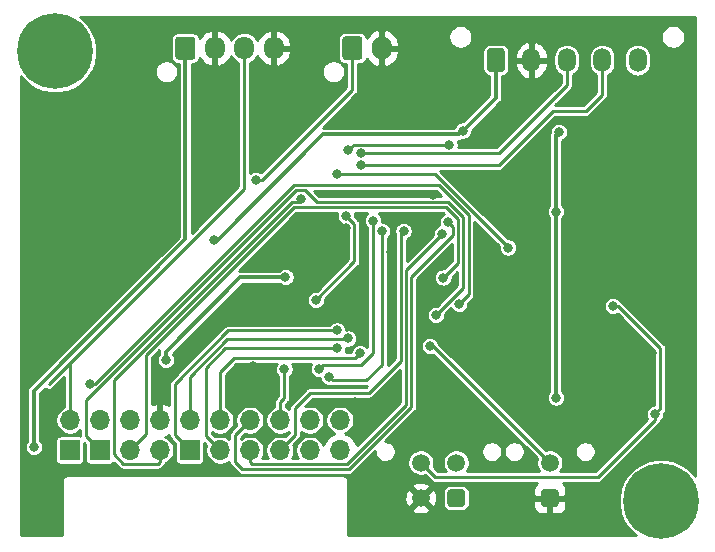
<source format=gbr>
%TF.GenerationSoftware,KiCad,Pcbnew,(5.1.6-0-10_14)*%
%TF.CreationDate,2021-11-18T21:32:24+01:00*%
%TF.ProjectId,SmartDisplay,536d6172-7444-4697-9370-6c61792e6b69,rev?*%
%TF.SameCoordinates,Original*%
%TF.FileFunction,Copper,L2,Bot*%
%TF.FilePolarity,Positive*%
%FSLAX46Y46*%
G04 Gerber Fmt 4.6, Leading zero omitted, Abs format (unit mm)*
G04 Created by KiCad (PCBNEW (5.1.6-0-10_14)) date 2021-11-18 21:32:24*
%MOMM*%
%LPD*%
G01*
G04 APERTURE LIST*
%TA.AperFunction,ComponentPad*%
%ADD10O,1.700000X1.700000*%
%TD*%
%TA.AperFunction,ComponentPad*%
%ADD11R,1.700000X1.700000*%
%TD*%
%TA.AperFunction,ComponentPad*%
%ADD12O,1.700000X2.000000*%
%TD*%
%TA.AperFunction,ComponentPad*%
%ADD13O,1.700000X1.950000*%
%TD*%
%TA.AperFunction,ComponentPad*%
%ADD14O,1.500000X2.020000*%
%TD*%
%TA.AperFunction,ComponentPad*%
%ADD15C,1.500000*%
%TD*%
%TA.AperFunction,ComponentPad*%
%ADD16C,0.800000*%
%TD*%
%TA.AperFunction,ComponentPad*%
%ADD17C,6.400000*%
%TD*%
%TA.AperFunction,ViaPad*%
%ADD18C,0.800000*%
%TD*%
%TA.AperFunction,Conductor*%
%ADD19C,0.250000*%
%TD*%
%TA.AperFunction,Conductor*%
%ADD20C,0.350000*%
%TD*%
%TA.AperFunction,Conductor*%
%ADD21C,0.254000*%
%TD*%
G04 APERTURE END LIST*
D10*
%TO.P,J5,6*%
%TO.N,GND*%
X139192000Y-111760000D03*
%TO.P,J5,5*%
%TO.N,RESET*%
X139192000Y-114300000D03*
%TO.P,J5,4*%
%TO.N,MOSI*%
X136652000Y-111760000D03*
%TO.P,J5,3*%
%TO.N,SCK*%
X136652000Y-114300000D03*
%TO.P,J5,2*%
%TO.N,+5V*%
X134112000Y-111760000D03*
D11*
%TO.P,J5,1*%
%TO.N,MISO*%
X134112000Y-114300000D03*
%TD*%
D12*
%TO.P,J2,2*%
%TO.N,GND*%
X157988000Y-80264000D03*
%TO.P,J2,1*%
%TO.N,Net-(J2-Pad1)*%
%TA.AperFunction,ComponentPad*%
G36*
G01*
X154638000Y-81014000D02*
X154638000Y-79514000D01*
G75*
G02*
X154888000Y-79264000I250000J0D01*
G01*
X156088000Y-79264000D01*
G75*
G02*
X156338000Y-79514000I0J-250000D01*
G01*
X156338000Y-81014000D01*
G75*
G02*
X156088000Y-81264000I-250000J0D01*
G01*
X154888000Y-81264000D01*
G75*
G02*
X154638000Y-81014000I0J250000D01*
G01*
G37*
%TD.AperFunction*%
%TD*%
D13*
%TO.P,J4,4*%
%TO.N,GND*%
X148844000Y-80264000D03*
%TO.P,J4,3*%
%TO.N,INSTR.BEL*%
X146344000Y-80264000D03*
%TO.P,J4,2*%
%TO.N,GND*%
X143844000Y-80264000D03*
%TO.P,J4,1*%
%TO.N,+12V*%
%TA.AperFunction,ComponentPad*%
G36*
G01*
X140494000Y-80989000D02*
X140494000Y-79539000D01*
G75*
G02*
X140744000Y-79289000I250000J0D01*
G01*
X141944000Y-79289000D01*
G75*
G02*
X142194000Y-79539000I0J-250000D01*
G01*
X142194000Y-80989000D01*
G75*
G02*
X141944000Y-81239000I-250000J0D01*
G01*
X140744000Y-81239000D01*
G75*
G02*
X140494000Y-80989000I0J250000D01*
G01*
G37*
%TD.AperFunction*%
%TD*%
D10*
%TO.P,J3,2*%
%TO.N,INSTR.BEL*%
X131572000Y-111760000D03*
D11*
%TO.P,J3,1*%
%TO.N,+12V*%
X131572000Y-114300000D03*
%TD*%
D14*
%TO.P,J6,5*%
%TO.N,Net-(C12-Pad1)*%
X179640000Y-81280000D03*
%TO.P,J6,4*%
%TO.N,RXD*%
X176640000Y-81280000D03*
%TO.P,J6,3*%
%TO.N,TXD*%
X173640000Y-81280000D03*
%TO.P,J6,2*%
%TO.N,GND*%
X170640000Y-81280000D03*
%TO.P,J6,1*%
%TO.N,+5V*%
%TA.AperFunction,ComponentPad*%
G36*
G01*
X166890000Y-82040000D02*
X166890000Y-80520000D01*
G75*
G02*
X167140000Y-80270000I250000J0D01*
G01*
X168140000Y-80270000D01*
G75*
G02*
X168390000Y-80520000I0J-250000D01*
G01*
X168390000Y-82040000D01*
G75*
G02*
X168140000Y-82290000I-250000J0D01*
G01*
X167140000Y-82290000D01*
G75*
G02*
X166890000Y-82040000I0J250000D01*
G01*
G37*
%TD.AperFunction*%
%TD*%
D10*
%TO.P,J7,12*%
%TO.N,+5V*%
X154432000Y-111760000D03*
%TO.P,J7,11*%
%TO.N,GND*%
X154432000Y-114300000D03*
%TO.P,J7,10*%
%TO.N,SCL*%
X151892000Y-111760000D03*
%TO.P,J7,9*%
%TO.N,SDA*%
X151892000Y-114300000D03*
%TO.P,J7,8*%
%TO.N,D4*%
X149352000Y-111760000D03*
%TO.P,J7,7*%
%TO.N,A2*%
X149352000Y-114300000D03*
%TO.P,J7,6*%
%TO.N,A1*%
X146812000Y-111760000D03*
%TO.P,J7,5*%
%TO.N,A0*%
X146812000Y-114300000D03*
%TO.P,J7,4*%
%TO.N,D9*%
X144272000Y-111760000D03*
%TO.P,J7,3*%
%TO.N,D8*%
X144272000Y-114300000D03*
%TO.P,J7,2*%
%TO.N,D7*%
X141732000Y-111760000D03*
D11*
%TO.P,J7,1*%
%TO.N,D6*%
X141732000Y-114300000D03*
%TD*%
D15*
%TO.P,J8,2*%
%TO.N,D5*%
X172212000Y-115364000D03*
%TO.P,J8,1*%
%TO.N,GND*%
%TA.AperFunction,ComponentPad*%
G36*
G01*
X172962000Y-117864000D02*
X172962000Y-118864000D01*
G75*
G02*
X172712000Y-119114000I-250000J0D01*
G01*
X171712000Y-119114000D01*
G75*
G02*
X171462000Y-118864000I0J250000D01*
G01*
X171462000Y-117864000D01*
G75*
G02*
X171712000Y-117614000I250000J0D01*
G01*
X172712000Y-117614000D01*
G75*
G02*
X172962000Y-117864000I0J-250000D01*
G01*
G37*
%TD.AperFunction*%
%TD*%
D16*
%TO.P,H2,1*%
%TO.N,Net-(H2-Pad1)*%
X183307056Y-116920944D03*
X181610000Y-116218000D03*
X179912944Y-116920944D03*
X179210000Y-118618000D03*
X179912944Y-120315056D03*
X181610000Y-121018000D03*
X183307056Y-120315056D03*
X184010000Y-118618000D03*
D17*
X181610000Y-118618000D03*
%TD*%
D16*
%TO.P,H1,1*%
%TO.N,Net-(H1-Pad1)*%
X131999056Y-78820944D03*
X130302000Y-78118000D03*
X128604944Y-78820944D03*
X127902000Y-80518000D03*
X128604944Y-82215056D03*
X130302000Y-82918000D03*
X131999056Y-82215056D03*
X132702000Y-80518000D03*
D17*
X130302000Y-80518000D03*
%TD*%
D15*
%TO.P,J1,4*%
%TO.N,CANH*%
X161290000Y-115364000D03*
%TO.P,J1,3*%
%TO.N,CANL*%
X164290000Y-115364000D03*
%TO.P,J1,2*%
%TO.N,GND*%
X161290000Y-118364000D03*
%TO.P,J1,1*%
%TO.N,Net-(J1-Pad1)*%
%TA.AperFunction,ComponentPad*%
G36*
G01*
X165040000Y-117864000D02*
X165040000Y-118864000D01*
G75*
G02*
X164790000Y-119114000I-250000J0D01*
G01*
X163790000Y-119114000D01*
G75*
G02*
X163540000Y-118864000I0J250000D01*
G01*
X163540000Y-117864000D01*
G75*
G02*
X163790000Y-117614000I250000J0D01*
G01*
X164790000Y-117614000D01*
G75*
G02*
X165040000Y-117864000I0J-250000D01*
G01*
G37*
%TD.AperFunction*%
%TD*%
D18*
%TO.N,GND*%
X154940000Y-95504000D03*
X170180000Y-101600000D03*
X149225000Y-97155000D03*
X156464000Y-97028000D03*
X155956000Y-99568000D03*
X158242000Y-109220000D03*
X166624000Y-96520000D03*
X180848000Y-106045000D03*
X145923000Y-101600000D03*
X161036000Y-111252000D03*
X177927000Y-98425000D03*
X161798000Y-101219000D03*
X149987000Y-102108000D03*
X166497000Y-88138000D03*
X171196000Y-89027000D03*
X176657000Y-110490000D03*
X146558000Y-109347000D03*
X147066000Y-107188000D03*
X156464000Y-112522000D03*
X155702000Y-110236000D03*
X150876000Y-109220000D03*
X158750000Y-97536000D03*
X162306000Y-92710000D03*
%TO.N,D5*%
X162052000Y-105500000D03*
%TO.N,D6*%
X154178000Y-104177000D03*
%TO.N,D7*%
X155145348Y-104853348D03*
%TO.N,SCK*%
X163195000Y-99695000D03*
%TO.N,MOSI*%
X164533153Y-101922153D03*
X133315436Y-108677436D03*
%TO.N,MISO*%
X162560000Y-102870000D03*
%TO.N,+5V*%
X172974000Y-87376000D03*
X149823942Y-99658942D03*
X139700000Y-106680000D03*
X172720000Y-109855000D03*
X143759347Y-96515347D03*
X164846000Y-87249000D03*
X172720000Y-94107000D03*
%TO.N,RESET*%
X151130000Y-93037999D03*
X163703000Y-88444997D03*
X155101999Y-88934999D03*
%TO.N,D2*%
X154178000Y-90932000D03*
X168656000Y-97155000D03*
%TO.N,TXD*%
X156210000Y-89169997D03*
%TO.N,RXD*%
X156210000Y-90170000D03*
%TO.N,SCL*%
X157226000Y-94869000D03*
X152654000Y-107442000D03*
%TO.N,SDA*%
X157988000Y-95758000D03*
X153543000Y-108113295D03*
%TO.N,A2*%
X159821998Y-95758000D03*
%TO.N,A1*%
X163576000Y-94996000D03*
%TO.N,A0*%
X163063347Y-96007347D03*
%TO.N,D9*%
X156141847Y-106103847D03*
%TO.N,D8*%
X154213000Y-105699000D03*
%TO.N,D4*%
X152400000Y-101600000D03*
X154940000Y-94503997D03*
X149733000Y-107442000D03*
%TO.N,+12V*%
X128524000Y-114046000D03*
%TO.N,Net-(J2-Pad1)*%
X147320000Y-91440000D03*
%TO.N,CANH*%
X181102000Y-111252000D03*
X177546000Y-102108000D03*
%TD*%
D19*
%TO.N,D5*%
X162348000Y-105500000D02*
X162052000Y-105500000D01*
X172212000Y-115364000D02*
X162348000Y-105500000D01*
%TO.N,D6*%
X141732000Y-114300000D02*
X140462000Y-113030000D01*
X144994180Y-104177000D02*
X154178000Y-104177000D01*
X140462000Y-108709180D02*
X144994180Y-104177000D01*
X140462000Y-113030000D02*
X140462000Y-108709180D01*
%TO.N,D7*%
X141732000Y-108075590D02*
X144905590Y-104902000D01*
X141732000Y-111760000D02*
X141732000Y-108075590D01*
X155096696Y-104902000D02*
X155145348Y-104853348D01*
X144905590Y-104902000D02*
X155096696Y-104902000D01*
%TO.N,SCK*%
X164426008Y-94773006D02*
X164426008Y-98463992D01*
X150527999Y-93762999D02*
X163416001Y-93762999D01*
X138016999Y-106273999D02*
X150527999Y-93762999D01*
X163416001Y-93762999D02*
X164426008Y-94773006D01*
X164426008Y-98463992D02*
X163195000Y-99695000D01*
X138016999Y-112935001D02*
X138016999Y-106273999D01*
X136652000Y-114300000D02*
X138016999Y-112935001D01*
%TO.N,MOSI*%
X165326028Y-94400206D02*
X165326028Y-101129278D01*
X162788811Y-91862989D02*
X165326028Y-94400206D01*
X150518780Y-91862988D02*
X151664402Y-91862989D01*
X133669768Y-108712000D02*
X150518780Y-91862988D01*
X133315436Y-108677436D02*
X133350000Y-108712000D01*
X151664402Y-91862989D02*
X162788811Y-91862989D01*
X165326028Y-101129278D02*
X164533153Y-101922153D01*
X133350000Y-108712000D02*
X133669768Y-108712000D01*
%TO.N,MISO*%
X164876018Y-94586606D02*
X164876018Y-100553982D01*
X163602402Y-93312990D02*
X164876018Y-94586606D01*
X152477992Y-93312989D02*
X163602402Y-93312990D01*
X151478001Y-92312998D02*
X152477992Y-93312989D01*
X164876018Y-100553982D02*
X162560000Y-102870000D01*
X150705180Y-92312998D02*
X151478001Y-92312998D01*
X132936999Y-110081179D02*
X132939089Y-110079089D01*
X134112000Y-114300000D02*
X132936999Y-113124999D01*
X132939089Y-110079089D02*
X150705180Y-92312998D01*
X132936999Y-113124999D02*
X132936999Y-110081179D01*
D20*
%TO.N,+5V*%
X146013938Y-99658942D02*
X139700000Y-105972880D01*
X149823942Y-99658942D02*
X146013938Y-99658942D01*
X139700000Y-105972880D02*
X139700000Y-106680000D01*
X172720000Y-87630000D02*
X172974000Y-87376000D01*
X144077533Y-96515347D02*
X143759347Y-96515347D01*
X153035000Y-87557880D02*
X144077533Y-96515347D01*
X153035000Y-87557880D02*
X164537120Y-87557880D01*
X164537120Y-87557880D02*
X164846000Y-87249000D01*
X172720000Y-94107000D02*
X172720000Y-87630000D01*
X172720000Y-109855000D02*
X172720000Y-94107000D01*
X164846000Y-87249000D02*
X167640000Y-84455000D01*
X167640000Y-84455000D02*
X167640000Y-81280000D01*
D19*
%TO.N,RESET*%
X155592001Y-88444997D02*
X155101999Y-88934999D01*
X163703000Y-88444997D02*
X155592001Y-88444997D01*
X150855010Y-93312989D02*
X151130000Y-93037999D01*
X135287001Y-108367587D02*
X150341599Y-93312989D01*
X150341599Y-93312989D02*
X150855010Y-93312989D01*
X135287001Y-108367587D02*
X135287001Y-114674003D01*
X136087999Y-115475001D02*
X139032999Y-115475001D01*
X135287001Y-114674003D02*
X136087999Y-115475001D01*
X139192000Y-115316000D02*
X139192000Y-114300000D01*
X139032999Y-115475001D02*
X139192000Y-115316000D01*
%TO.N,D2*%
X162052000Y-90932000D02*
X154178000Y-90932000D01*
X162494232Y-90932000D02*
X162052000Y-90932000D01*
X168656000Y-97093768D02*
X162494232Y-90932000D01*
X168656000Y-97155000D02*
X168656000Y-97093768D01*
%TO.N,TXD*%
X173640000Y-83408000D02*
X173640000Y-81280000D01*
X167878003Y-89169997D02*
X173640000Y-83408000D01*
X156210000Y-89169997D02*
X167878003Y-89169997D01*
%TO.N,RXD*%
X156210000Y-90170000D02*
X167894000Y-90170000D01*
X167894000Y-90170000D02*
X172466000Y-85598000D01*
X172466000Y-85598000D02*
X175260000Y-85598000D01*
X176640000Y-84218000D02*
X176640000Y-81280000D01*
X175260000Y-85598000D02*
X176640000Y-84218000D01*
%TO.N,SCL*%
X152654000Y-107442000D02*
X153035000Y-107061000D01*
X156210000Y-107061000D02*
X157226000Y-106045000D01*
X153035000Y-107061000D02*
X156210000Y-107061000D01*
X157226000Y-94869000D02*
X157226000Y-106045000D01*
%TO.N,SDA*%
X157988000Y-95758000D02*
X157988000Y-107058180D01*
X157988000Y-107058180D02*
X156657895Y-108388285D01*
X153817990Y-108388285D02*
X153543000Y-108113295D01*
X156657895Y-108388285D02*
X153817990Y-108388285D01*
%TO.N,A2*%
X159569990Y-106749010D02*
X156881999Y-109437001D01*
X159569990Y-96010008D02*
X159569990Y-106749010D01*
X159821998Y-95758000D02*
X159569990Y-96010008D01*
X156881999Y-109437001D02*
X151928999Y-109437001D01*
X151928999Y-109437001D02*
X150622000Y-110744000D01*
X150622000Y-113030000D02*
X149352000Y-114300000D01*
X150622000Y-110744000D02*
X150622000Y-113030000D01*
%TO.N,A1*%
X145542000Y-113030000D02*
X146812000Y-111760000D01*
X155182401Y-115925011D02*
X146151011Y-115925011D01*
X160470009Y-110637403D02*
X155182401Y-115925011D01*
X160470010Y-99625990D02*
X160470009Y-110637403D01*
X146151011Y-115925011D02*
X145542000Y-115316000D01*
X163975999Y-95395999D02*
X163975999Y-96120001D01*
X163975999Y-96120001D02*
X160470010Y-99625990D01*
X145542000Y-115316000D02*
X145542000Y-113030000D01*
X163576000Y-94996000D02*
X163975999Y-95395999D01*
%TO.N,A0*%
X163063347Y-96007347D02*
X160020000Y-99050694D01*
X160020000Y-110451002D02*
X154996001Y-115475001D01*
X160020000Y-99050694D02*
X160020000Y-110451002D01*
X154996001Y-115475001D02*
X146971001Y-115475001D01*
X146812000Y-115316000D02*
X146812000Y-114300000D01*
X146971001Y-115475001D02*
X146812000Y-115316000D01*
%TO.N,D9*%
X144272000Y-111309002D02*
X144272000Y-111760000D01*
X155741848Y-106503846D02*
X145464154Y-106503846D01*
X156141847Y-106103847D02*
X155741848Y-106503846D01*
X145464154Y-106503846D02*
X145288000Y-106680000D01*
X144272000Y-111760000D02*
X144272000Y-107696000D01*
X145288000Y-106680000D02*
X144272000Y-107696000D01*
%TO.N,D8*%
X143096999Y-113124999D02*
X144272000Y-114300000D01*
X143096999Y-107347001D02*
X143096999Y-113124999D01*
X144745000Y-105699000D02*
X143096999Y-107347001D01*
X154213000Y-105699000D02*
X144745000Y-105699000D01*
%TO.N,D4*%
X155665001Y-95155999D02*
X155124002Y-94615000D01*
X155665001Y-98334999D02*
X155665001Y-95155999D01*
X152400000Y-101600000D02*
X155665001Y-98334999D01*
X155051003Y-94615000D02*
X154940000Y-94503997D01*
X155124002Y-94615000D02*
X155051003Y-94615000D01*
X149733000Y-107442000D02*
X149733000Y-109855000D01*
X149352000Y-110236000D02*
X149352000Y-111760000D01*
X149733000Y-109855000D02*
X149352000Y-110236000D01*
D20*
%TO.N,+12V*%
X141344000Y-96454880D02*
X128524000Y-109274880D01*
X141344000Y-80264000D02*
X141344000Y-96454880D01*
X128524000Y-109274880D02*
X128524000Y-114046000D01*
D19*
%TO.N,INSTR.BEL*%
X146344000Y-80264000D02*
X146344000Y-92162000D01*
X131572000Y-111760000D02*
X131572000Y-106934000D01*
X131572000Y-106934000D02*
X131699000Y-106807000D01*
X131699000Y-106807000D02*
X129794000Y-108712000D01*
X146344000Y-92162000D02*
X131699000Y-106807000D01*
%TO.N,Net-(J2-Pad1)*%
X155488000Y-80264000D02*
X155488000Y-83780000D01*
X155488000Y-83780000D02*
X147828000Y-91440000D01*
X147828000Y-91440000D02*
X147320000Y-91440000D01*
%TO.N,CANH*%
X161290000Y-115364000D02*
X162512000Y-116586000D01*
X162512000Y-116586000D02*
X176276000Y-116586000D01*
X176276000Y-116586000D02*
X181102000Y-111760000D01*
X181102000Y-111760000D02*
X181102000Y-111252000D01*
X181573001Y-110780999D02*
X181573001Y-105696999D01*
X181573001Y-105696999D02*
X177984002Y-102108000D01*
X181102000Y-111252000D02*
X181573001Y-110780999D01*
X177984002Y-102108000D02*
X177546000Y-102108000D01*
%TD*%
D21*
%TO.N,GND*%
G36*
X184506000Y-116506541D02*
G01*
X184391544Y-116335246D01*
X183892754Y-115836456D01*
X183306240Y-115444559D01*
X182654539Y-115174616D01*
X181962698Y-115037000D01*
X181257302Y-115037000D01*
X180565461Y-115174616D01*
X179913760Y-115444559D01*
X179327246Y-115836456D01*
X178828456Y-116335246D01*
X178436559Y-116921760D01*
X178166616Y-117573461D01*
X178029000Y-118265302D01*
X178029000Y-118970698D01*
X178166616Y-119662539D01*
X178436559Y-120314240D01*
X178828456Y-120900754D01*
X179327246Y-121399544D01*
X179498541Y-121514000D01*
X155092000Y-121514000D01*
X155092000Y-119320993D01*
X160512612Y-119320993D01*
X160578137Y-119559860D01*
X160825116Y-119675760D01*
X161089960Y-119741250D01*
X161362492Y-119753812D01*
X161632238Y-119712965D01*
X161888832Y-119620277D01*
X162001863Y-119559860D01*
X162067388Y-119320993D01*
X161290000Y-118543605D01*
X160512612Y-119320993D01*
X155092000Y-119320993D01*
X155092000Y-118436492D01*
X159900188Y-118436492D01*
X159941035Y-118706238D01*
X160033723Y-118962832D01*
X160094140Y-119075863D01*
X160333007Y-119141388D01*
X161110395Y-118364000D01*
X161469605Y-118364000D01*
X162246993Y-119141388D01*
X162485860Y-119075863D01*
X162601760Y-118828884D01*
X162667250Y-118564040D01*
X162679812Y-118291508D01*
X162638965Y-118021762D01*
X162581978Y-117864000D01*
X163157157Y-117864000D01*
X163157157Y-118864000D01*
X163169317Y-118987462D01*
X163205329Y-119106179D01*
X163263810Y-119215589D01*
X163342512Y-119311488D01*
X163438411Y-119390190D01*
X163547821Y-119448671D01*
X163666538Y-119484683D01*
X163790000Y-119496843D01*
X164790000Y-119496843D01*
X164913462Y-119484683D01*
X165032179Y-119448671D01*
X165141589Y-119390190D01*
X165237488Y-119311488D01*
X165316190Y-119215589D01*
X165370490Y-119114000D01*
X170823928Y-119114000D01*
X170836188Y-119238482D01*
X170872498Y-119358180D01*
X170931463Y-119468494D01*
X171010815Y-119565185D01*
X171107506Y-119644537D01*
X171217820Y-119703502D01*
X171337518Y-119739812D01*
X171462000Y-119752072D01*
X171926250Y-119749000D01*
X172085000Y-119590250D01*
X172085000Y-118491000D01*
X172339000Y-118491000D01*
X172339000Y-119590250D01*
X172497750Y-119749000D01*
X172962000Y-119752072D01*
X173086482Y-119739812D01*
X173206180Y-119703502D01*
X173316494Y-119644537D01*
X173413185Y-119565185D01*
X173492537Y-119468494D01*
X173551502Y-119358180D01*
X173587812Y-119238482D01*
X173600072Y-119114000D01*
X173597000Y-118649750D01*
X173438250Y-118491000D01*
X172339000Y-118491000D01*
X172085000Y-118491000D01*
X170985750Y-118491000D01*
X170827000Y-118649750D01*
X170823928Y-119114000D01*
X165370490Y-119114000D01*
X165374671Y-119106179D01*
X165410683Y-118987462D01*
X165422843Y-118864000D01*
X165422843Y-117864000D01*
X165410683Y-117740538D01*
X165374671Y-117621821D01*
X165316190Y-117512411D01*
X165237488Y-117416512D01*
X165141589Y-117337810D01*
X165032179Y-117279329D01*
X164913462Y-117243317D01*
X164790000Y-117231157D01*
X163790000Y-117231157D01*
X163666538Y-117243317D01*
X163547821Y-117279329D01*
X163438411Y-117337810D01*
X163342512Y-117416512D01*
X163263810Y-117512411D01*
X163205329Y-117621821D01*
X163169317Y-117740538D01*
X163157157Y-117864000D01*
X162581978Y-117864000D01*
X162546277Y-117765168D01*
X162485860Y-117652137D01*
X162246993Y-117586612D01*
X161469605Y-118364000D01*
X161110395Y-118364000D01*
X160333007Y-117586612D01*
X160094140Y-117652137D01*
X159978240Y-117899116D01*
X159912750Y-118163960D01*
X159900188Y-118436492D01*
X155092000Y-118436492D01*
X155092000Y-117407007D01*
X160512612Y-117407007D01*
X161290000Y-118184395D01*
X162067388Y-117407007D01*
X162001863Y-117168140D01*
X161754884Y-117052240D01*
X161490040Y-116986750D01*
X161217508Y-116974188D01*
X160947762Y-117015035D01*
X160691168Y-117107723D01*
X160578137Y-117168140D01*
X160512612Y-117407007D01*
X155092000Y-117407007D01*
X155092000Y-116859941D01*
X155093964Y-116840000D01*
X155086125Y-116760410D01*
X155062910Y-116683879D01*
X155025210Y-116613347D01*
X154974474Y-116551526D01*
X154912653Y-116500790D01*
X154842121Y-116463090D01*
X154765590Y-116439875D01*
X154705941Y-116434000D01*
X154705940Y-116434000D01*
X154686000Y-116432036D01*
X154666059Y-116434000D01*
X131337941Y-116434000D01*
X131318000Y-116432036D01*
X131298060Y-116434000D01*
X131298059Y-116434000D01*
X131238410Y-116439875D01*
X131161879Y-116463090D01*
X131091347Y-116500790D01*
X131029526Y-116551526D01*
X130978790Y-116613347D01*
X130941090Y-116683879D01*
X130917875Y-116760410D01*
X130910036Y-116840000D01*
X130912001Y-116859951D01*
X130912000Y-121514000D01*
X127406000Y-121514000D01*
X127406000Y-113969078D01*
X127743000Y-113969078D01*
X127743000Y-114122922D01*
X127773013Y-114273809D01*
X127831887Y-114415942D01*
X127917358Y-114543859D01*
X128026141Y-114652642D01*
X128154058Y-114738113D01*
X128296191Y-114796987D01*
X128447078Y-114827000D01*
X128600922Y-114827000D01*
X128751809Y-114796987D01*
X128893942Y-114738113D01*
X129021859Y-114652642D01*
X129130642Y-114543859D01*
X129216113Y-114415942D01*
X129274987Y-114273809D01*
X129305000Y-114122922D01*
X129305000Y-113969078D01*
X129274987Y-113818191D01*
X129216113Y-113676058D01*
X129130642Y-113548141D01*
X129080000Y-113497499D01*
X129080000Y-109505181D01*
X129477963Y-109107218D01*
X129511522Y-109134758D01*
X129599426Y-109181745D01*
X129694808Y-109210678D01*
X129794000Y-109220447D01*
X129893192Y-109210678D01*
X129988574Y-109181745D01*
X130076478Y-109134758D01*
X130134221Y-109087370D01*
X131066001Y-108155591D01*
X131066000Y-110637167D01*
X130988903Y-110669102D01*
X130787283Y-110803820D01*
X130615820Y-110975283D01*
X130481102Y-111176903D01*
X130388307Y-111400931D01*
X130341000Y-111638757D01*
X130341000Y-111881243D01*
X130388307Y-112119069D01*
X130481102Y-112343097D01*
X130615820Y-112544717D01*
X130787283Y-112716180D01*
X130988903Y-112850898D01*
X131212931Y-112943693D01*
X131450757Y-112991000D01*
X131693243Y-112991000D01*
X131931069Y-112943693D01*
X132155097Y-112850898D01*
X132356717Y-112716180D01*
X132430999Y-112641898D01*
X132430999Y-113068043D01*
X132422000Y-113067157D01*
X130722000Y-113067157D01*
X130647311Y-113074513D01*
X130575492Y-113096299D01*
X130509304Y-113131678D01*
X130451289Y-113179289D01*
X130403678Y-113237304D01*
X130368299Y-113303492D01*
X130346513Y-113375311D01*
X130339157Y-113450000D01*
X130339157Y-115150000D01*
X130346513Y-115224689D01*
X130368299Y-115296508D01*
X130403678Y-115362696D01*
X130451289Y-115420711D01*
X130509304Y-115468322D01*
X130575492Y-115503701D01*
X130647311Y-115525487D01*
X130722000Y-115532843D01*
X132422000Y-115532843D01*
X132496689Y-115525487D01*
X132568508Y-115503701D01*
X132634696Y-115468322D01*
X132692711Y-115420711D01*
X132740322Y-115362696D01*
X132775701Y-115296508D01*
X132797487Y-115224689D01*
X132804843Y-115150000D01*
X132804843Y-113708434D01*
X132879157Y-113782748D01*
X132879157Y-115150000D01*
X132886513Y-115224689D01*
X132908299Y-115296508D01*
X132943678Y-115362696D01*
X132991289Y-115420711D01*
X133049304Y-115468322D01*
X133115492Y-115503701D01*
X133187311Y-115525487D01*
X133262000Y-115532843D01*
X134962000Y-115532843D01*
X135036689Y-115525487D01*
X135108508Y-115503701D01*
X135174696Y-115468322D01*
X135232711Y-115420711D01*
X135271208Y-115373802D01*
X135712627Y-115815221D01*
X135728472Y-115834528D01*
X135805520Y-115897760D01*
X135856503Y-115925011D01*
X135893424Y-115944746D01*
X135988805Y-115973679D01*
X135998693Y-115974653D01*
X136063145Y-115981001D01*
X136063152Y-115981001D01*
X136087998Y-115983448D01*
X136112844Y-115981001D01*
X139008153Y-115981001D01*
X139032999Y-115983448D01*
X139057845Y-115981001D01*
X139057853Y-115981001D01*
X139132192Y-115973679D01*
X139227574Y-115944746D01*
X139315478Y-115897760D01*
X139392526Y-115834528D01*
X139408375Y-115815216D01*
X139532215Y-115691376D01*
X139551527Y-115675527D01*
X139614759Y-115598479D01*
X139661745Y-115510575D01*
X139686975Y-115427399D01*
X139775097Y-115390898D01*
X139976717Y-115256180D01*
X140148180Y-115084717D01*
X140282898Y-114883097D01*
X140375693Y-114659069D01*
X140423000Y-114421243D01*
X140423000Y-114178757D01*
X140375693Y-113940931D01*
X140282898Y-113716903D01*
X140148180Y-113515283D01*
X139976717Y-113343820D01*
X139775097Y-113209102D01*
X139668846Y-113165091D01*
X139696099Y-113156825D01*
X139953948Y-113034009D01*
X139956000Y-113054846D01*
X139956000Y-113054853D01*
X139963322Y-113129192D01*
X139992255Y-113224574D01*
X140039241Y-113312479D01*
X140102473Y-113389527D01*
X140121785Y-113405376D01*
X140499157Y-113782748D01*
X140499157Y-115150000D01*
X140506513Y-115224689D01*
X140528299Y-115296508D01*
X140563678Y-115362696D01*
X140611289Y-115420711D01*
X140669304Y-115468322D01*
X140735492Y-115503701D01*
X140807311Y-115525487D01*
X140882000Y-115532843D01*
X142582000Y-115532843D01*
X142656689Y-115525487D01*
X142728508Y-115503701D01*
X142794696Y-115468322D01*
X142852711Y-115420711D01*
X142900322Y-115362696D01*
X142935701Y-115296508D01*
X142957487Y-115224689D01*
X142964843Y-115150000D01*
X142964843Y-113708434D01*
X143120242Y-113863833D01*
X143088307Y-113940931D01*
X143041000Y-114178757D01*
X143041000Y-114421243D01*
X143088307Y-114659069D01*
X143181102Y-114883097D01*
X143315820Y-115084717D01*
X143487283Y-115256180D01*
X143688903Y-115390898D01*
X143912931Y-115483693D01*
X144150757Y-115531000D01*
X144393243Y-115531000D01*
X144631069Y-115483693D01*
X144855097Y-115390898D01*
X145036000Y-115270023D01*
X145036000Y-115291154D01*
X145033553Y-115316000D01*
X145036000Y-115340846D01*
X145036000Y-115340853D01*
X145043322Y-115415192D01*
X145072255Y-115510574D01*
X145119241Y-115598479D01*
X145182473Y-115675527D01*
X145201785Y-115691376D01*
X145775639Y-116265231D01*
X145791484Y-116284538D01*
X145868532Y-116347770D01*
X145950204Y-116391425D01*
X145956436Y-116394756D01*
X146051818Y-116423689D01*
X146151011Y-116433459D01*
X146175865Y-116431011D01*
X155157555Y-116431011D01*
X155182401Y-116433458D01*
X155207247Y-116431011D01*
X155207255Y-116431011D01*
X155281594Y-116423689D01*
X155376976Y-116394756D01*
X155464880Y-116347770D01*
X155541928Y-116284538D01*
X155557777Y-116265226D01*
X157409000Y-114414003D01*
X157409000Y-114510771D01*
X157442856Y-114680978D01*
X157509268Y-114841310D01*
X157605682Y-114985605D01*
X157728395Y-115108318D01*
X157872690Y-115204732D01*
X158033022Y-115271144D01*
X158203229Y-115305000D01*
X158376771Y-115305000D01*
X158546978Y-115271144D01*
X158591732Y-115252606D01*
X160159000Y-115252606D01*
X160159000Y-115475394D01*
X160202464Y-115693900D01*
X160287721Y-115899729D01*
X160411495Y-116084970D01*
X160569030Y-116242505D01*
X160754271Y-116366279D01*
X160960100Y-116451536D01*
X161178606Y-116495000D01*
X161401394Y-116495000D01*
X161619900Y-116451536D01*
X161649630Y-116439221D01*
X162136628Y-116926220D01*
X162152473Y-116945527D01*
X162229521Y-117008759D01*
X162317425Y-117055745D01*
X162412807Y-117084678D01*
X162487146Y-117092000D01*
X162487154Y-117092000D01*
X162512000Y-117094447D01*
X162536846Y-117092000D01*
X171097104Y-117092000D01*
X171010815Y-117162815D01*
X170931463Y-117259506D01*
X170872498Y-117369820D01*
X170836188Y-117489518D01*
X170823928Y-117614000D01*
X170827000Y-118078250D01*
X170985750Y-118237000D01*
X172085000Y-118237000D01*
X172085000Y-118217000D01*
X172339000Y-118217000D01*
X172339000Y-118237000D01*
X173438250Y-118237000D01*
X173597000Y-118078250D01*
X173600072Y-117614000D01*
X173587812Y-117489518D01*
X173551502Y-117369820D01*
X173492537Y-117259506D01*
X173413185Y-117162815D01*
X173326896Y-117092000D01*
X176251154Y-117092000D01*
X176276000Y-117094447D01*
X176300846Y-117092000D01*
X176300854Y-117092000D01*
X176375193Y-117084678D01*
X176470575Y-117055745D01*
X176558479Y-117008759D01*
X176635527Y-116945527D01*
X176651376Y-116926215D01*
X181442220Y-112135372D01*
X181461527Y-112119527D01*
X181524759Y-112042479D01*
X181571745Y-111954575D01*
X181600678Y-111859193D01*
X181600828Y-111857673D01*
X181708642Y-111749859D01*
X181794113Y-111621942D01*
X181852987Y-111479809D01*
X181883000Y-111328922D01*
X181883000Y-111186592D01*
X181913221Y-111156371D01*
X181932528Y-111140526D01*
X181995760Y-111063478D01*
X182042746Y-110975574D01*
X182071679Y-110880192D01*
X182079001Y-110805853D01*
X182079001Y-110805846D01*
X182081448Y-110781000D01*
X182079001Y-110756154D01*
X182079001Y-105721844D01*
X182081448Y-105696998D01*
X182079001Y-105672152D01*
X182079001Y-105672145D01*
X182071679Y-105597806D01*
X182042746Y-105502424D01*
X181995760Y-105414520D01*
X181932528Y-105337472D01*
X181913221Y-105321627D01*
X178359378Y-101767785D01*
X178343529Y-101748473D01*
X178266481Y-101685241D01*
X178178577Y-101638255D01*
X178169610Y-101635535D01*
X178152642Y-101610141D01*
X178043859Y-101501358D01*
X177915942Y-101415887D01*
X177773809Y-101357013D01*
X177622922Y-101327000D01*
X177469078Y-101327000D01*
X177318191Y-101357013D01*
X177176058Y-101415887D01*
X177048141Y-101501358D01*
X176939358Y-101610141D01*
X176853887Y-101738058D01*
X176795013Y-101880191D01*
X176765000Y-102031078D01*
X176765000Y-102184922D01*
X176795013Y-102335809D01*
X176853887Y-102477942D01*
X176939358Y-102605859D01*
X177048141Y-102714642D01*
X177176058Y-102800113D01*
X177318191Y-102858987D01*
X177469078Y-102889000D01*
X177622922Y-102889000D01*
X177773809Y-102858987D01*
X177915942Y-102800113D01*
X177942667Y-102782256D01*
X181067002Y-105906592D01*
X181067001Y-110471000D01*
X181025078Y-110471000D01*
X180874191Y-110501013D01*
X180732058Y-110559887D01*
X180604141Y-110645358D01*
X180495358Y-110754141D01*
X180409887Y-110882058D01*
X180351013Y-111024191D01*
X180321000Y-111175078D01*
X180321000Y-111328922D01*
X180351013Y-111479809D01*
X180409887Y-111621942D01*
X180455781Y-111690627D01*
X176066409Y-116080000D01*
X173093826Y-116080000D01*
X173214279Y-115899729D01*
X173299536Y-115693900D01*
X173343000Y-115475394D01*
X173343000Y-115252606D01*
X173299536Y-115034100D01*
X173214279Y-114828271D01*
X173090505Y-114643030D01*
X172932970Y-114485495D01*
X172747729Y-114361721D01*
X172688600Y-114337229D01*
X174331000Y-114337229D01*
X174331000Y-114510771D01*
X174364856Y-114680978D01*
X174431268Y-114841310D01*
X174527682Y-114985605D01*
X174650395Y-115108318D01*
X174794690Y-115204732D01*
X174955022Y-115271144D01*
X175125229Y-115305000D01*
X175298771Y-115305000D01*
X175468978Y-115271144D01*
X175629310Y-115204732D01*
X175773605Y-115108318D01*
X175896318Y-114985605D01*
X175992732Y-114841310D01*
X176059144Y-114680978D01*
X176093000Y-114510771D01*
X176093000Y-114337229D01*
X176059144Y-114167022D01*
X175992732Y-114006690D01*
X175896318Y-113862395D01*
X175773605Y-113739682D01*
X175629310Y-113643268D01*
X175468978Y-113576856D01*
X175298771Y-113543000D01*
X175125229Y-113543000D01*
X174955022Y-113576856D01*
X174794690Y-113643268D01*
X174650395Y-113739682D01*
X174527682Y-113862395D01*
X174431268Y-114006690D01*
X174364856Y-114167022D01*
X174331000Y-114337229D01*
X172688600Y-114337229D01*
X172541900Y-114276464D01*
X172323394Y-114233000D01*
X172100606Y-114233000D01*
X171882100Y-114276464D01*
X171852370Y-114288778D01*
X162779797Y-105216206D01*
X162744113Y-105130058D01*
X162658642Y-105002141D01*
X162549859Y-104893358D01*
X162421942Y-104807887D01*
X162279809Y-104749013D01*
X162128922Y-104719000D01*
X161975078Y-104719000D01*
X161824191Y-104749013D01*
X161682058Y-104807887D01*
X161554141Y-104893358D01*
X161445358Y-105002141D01*
X161359887Y-105130058D01*
X161301013Y-105272191D01*
X161271000Y-105423078D01*
X161271000Y-105576922D01*
X161301013Y-105727809D01*
X161359887Y-105869942D01*
X161445358Y-105997859D01*
X161554141Y-106106642D01*
X161682058Y-106192113D01*
X161824191Y-106250987D01*
X161975078Y-106281000D01*
X162128922Y-106281000D01*
X162279809Y-106250987D01*
X162353056Y-106220647D01*
X171136778Y-115004370D01*
X171124464Y-115034100D01*
X171081000Y-115252606D01*
X171081000Y-115475394D01*
X171124464Y-115693900D01*
X171209721Y-115899729D01*
X171330174Y-116080000D01*
X165171826Y-116080000D01*
X165292279Y-115899729D01*
X165377536Y-115693900D01*
X165421000Y-115475394D01*
X165421000Y-115252606D01*
X165377536Y-115034100D01*
X165292279Y-114828271D01*
X165168505Y-114643030D01*
X165010970Y-114485495D01*
X164825729Y-114361721D01*
X164766600Y-114337229D01*
X166409000Y-114337229D01*
X166409000Y-114510771D01*
X166442856Y-114680978D01*
X166509268Y-114841310D01*
X166605682Y-114985605D01*
X166728395Y-115108318D01*
X166872690Y-115204732D01*
X167033022Y-115271144D01*
X167203229Y-115305000D01*
X167376771Y-115305000D01*
X167546978Y-115271144D01*
X167707310Y-115204732D01*
X167851605Y-115108318D01*
X167974318Y-114985605D01*
X168070732Y-114841310D01*
X168137144Y-114680978D01*
X168171000Y-114510771D01*
X168171000Y-114337229D01*
X168331000Y-114337229D01*
X168331000Y-114510771D01*
X168364856Y-114680978D01*
X168431268Y-114841310D01*
X168527682Y-114985605D01*
X168650395Y-115108318D01*
X168794690Y-115204732D01*
X168955022Y-115271144D01*
X169125229Y-115305000D01*
X169298771Y-115305000D01*
X169468978Y-115271144D01*
X169629310Y-115204732D01*
X169773605Y-115108318D01*
X169896318Y-114985605D01*
X169992732Y-114841310D01*
X170059144Y-114680978D01*
X170093000Y-114510771D01*
X170093000Y-114337229D01*
X170059144Y-114167022D01*
X169992732Y-114006690D01*
X169896318Y-113862395D01*
X169773605Y-113739682D01*
X169629310Y-113643268D01*
X169468978Y-113576856D01*
X169298771Y-113543000D01*
X169125229Y-113543000D01*
X168955022Y-113576856D01*
X168794690Y-113643268D01*
X168650395Y-113739682D01*
X168527682Y-113862395D01*
X168431268Y-114006690D01*
X168364856Y-114167022D01*
X168331000Y-114337229D01*
X168171000Y-114337229D01*
X168137144Y-114167022D01*
X168070732Y-114006690D01*
X167974318Y-113862395D01*
X167851605Y-113739682D01*
X167707310Y-113643268D01*
X167546978Y-113576856D01*
X167376771Y-113543000D01*
X167203229Y-113543000D01*
X167033022Y-113576856D01*
X166872690Y-113643268D01*
X166728395Y-113739682D01*
X166605682Y-113862395D01*
X166509268Y-114006690D01*
X166442856Y-114167022D01*
X166409000Y-114337229D01*
X164766600Y-114337229D01*
X164619900Y-114276464D01*
X164401394Y-114233000D01*
X164178606Y-114233000D01*
X163960100Y-114276464D01*
X163754271Y-114361721D01*
X163569030Y-114485495D01*
X163411495Y-114643030D01*
X163287721Y-114828271D01*
X163202464Y-115034100D01*
X163159000Y-115252606D01*
X163159000Y-115475394D01*
X163202464Y-115693900D01*
X163287721Y-115899729D01*
X163408174Y-116080000D01*
X162721592Y-116080000D01*
X162365221Y-115723630D01*
X162377536Y-115693900D01*
X162421000Y-115475394D01*
X162421000Y-115252606D01*
X162377536Y-115034100D01*
X162292279Y-114828271D01*
X162168505Y-114643030D01*
X162010970Y-114485495D01*
X161825729Y-114361721D01*
X161619900Y-114276464D01*
X161401394Y-114233000D01*
X161178606Y-114233000D01*
X160960100Y-114276464D01*
X160754271Y-114361721D01*
X160569030Y-114485495D01*
X160411495Y-114643030D01*
X160287721Y-114828271D01*
X160202464Y-115034100D01*
X160159000Y-115252606D01*
X158591732Y-115252606D01*
X158707310Y-115204732D01*
X158851605Y-115108318D01*
X158974318Y-114985605D01*
X159070732Y-114841310D01*
X159137144Y-114680978D01*
X159171000Y-114510771D01*
X159171000Y-114337229D01*
X159137144Y-114167022D01*
X159070732Y-114006690D01*
X158974318Y-113862395D01*
X158851605Y-113739682D01*
X158707310Y-113643268D01*
X158546978Y-113576856D01*
X158376771Y-113543000D01*
X158280004Y-113543000D01*
X160810234Y-111012770D01*
X160829535Y-110996930D01*
X160845375Y-110977629D01*
X160845379Y-110977625D01*
X160892767Y-110919882D01*
X160939754Y-110831978D01*
X160968687Y-110736596D01*
X160978456Y-110637403D01*
X160976008Y-110612547D01*
X160976010Y-99835581D01*
X163920009Y-96891583D01*
X163920009Y-98254399D01*
X163260409Y-98914000D01*
X163118078Y-98914000D01*
X162967191Y-98944013D01*
X162825058Y-99002887D01*
X162697141Y-99088358D01*
X162588358Y-99197141D01*
X162502887Y-99325058D01*
X162444013Y-99467191D01*
X162414000Y-99618078D01*
X162414000Y-99771922D01*
X162444013Y-99922809D01*
X162502887Y-100064942D01*
X162588358Y-100192859D01*
X162697141Y-100301642D01*
X162825058Y-100387113D01*
X162967191Y-100445987D01*
X163118078Y-100476000D01*
X163271922Y-100476000D01*
X163422809Y-100445987D01*
X163564942Y-100387113D01*
X163692859Y-100301642D01*
X163801642Y-100192859D01*
X163887113Y-100064942D01*
X163945987Y-99922809D01*
X163976000Y-99771922D01*
X163976000Y-99629591D01*
X164370019Y-99235573D01*
X164370019Y-100344389D01*
X162625409Y-102089000D01*
X162483078Y-102089000D01*
X162332191Y-102119013D01*
X162190058Y-102177887D01*
X162062141Y-102263358D01*
X161953358Y-102372141D01*
X161867887Y-102500058D01*
X161809013Y-102642191D01*
X161779000Y-102793078D01*
X161779000Y-102946922D01*
X161809013Y-103097809D01*
X161867887Y-103239942D01*
X161953358Y-103367859D01*
X162062141Y-103476642D01*
X162190058Y-103562113D01*
X162332191Y-103620987D01*
X162483078Y-103651000D01*
X162636922Y-103651000D01*
X162787809Y-103620987D01*
X162929942Y-103562113D01*
X163057859Y-103476642D01*
X163166642Y-103367859D01*
X163252113Y-103239942D01*
X163310987Y-103097809D01*
X163341000Y-102946922D01*
X163341000Y-102804591D01*
X163846029Y-102299562D01*
X163926511Y-102420012D01*
X164035294Y-102528795D01*
X164163211Y-102614266D01*
X164305344Y-102673140D01*
X164456231Y-102703153D01*
X164610075Y-102703153D01*
X164760962Y-102673140D01*
X164903095Y-102614266D01*
X165031012Y-102528795D01*
X165139795Y-102420012D01*
X165225266Y-102292095D01*
X165284140Y-102149962D01*
X165314153Y-101999075D01*
X165314153Y-101856745D01*
X165666248Y-101504650D01*
X165685555Y-101488805D01*
X165748787Y-101411757D01*
X165795773Y-101323853D01*
X165824706Y-101228471D01*
X165832028Y-101154132D01*
X165834476Y-101129278D01*
X165832028Y-101104424D01*
X165832028Y-94985388D01*
X167883249Y-97036609D01*
X167875000Y-97078078D01*
X167875000Y-97231922D01*
X167905013Y-97382809D01*
X167963887Y-97524942D01*
X168049358Y-97652859D01*
X168158141Y-97761642D01*
X168286058Y-97847113D01*
X168428191Y-97905987D01*
X168579078Y-97936000D01*
X168732922Y-97936000D01*
X168883809Y-97905987D01*
X169025942Y-97847113D01*
X169153859Y-97761642D01*
X169262642Y-97652859D01*
X169348113Y-97524942D01*
X169406987Y-97382809D01*
X169437000Y-97231922D01*
X169437000Y-97078078D01*
X169406987Y-96927191D01*
X169348113Y-96785058D01*
X169262642Y-96657141D01*
X169153859Y-96548358D01*
X169025942Y-96462887D01*
X168883809Y-96404013D01*
X168732922Y-96374000D01*
X168651824Y-96374000D01*
X166307902Y-94030078D01*
X171939000Y-94030078D01*
X171939000Y-94183922D01*
X171969013Y-94334809D01*
X172027887Y-94476942D01*
X172113358Y-94604859D01*
X172164001Y-94655502D01*
X172164000Y-109306499D01*
X172113358Y-109357141D01*
X172027887Y-109485058D01*
X171969013Y-109627191D01*
X171939000Y-109778078D01*
X171939000Y-109931922D01*
X171969013Y-110082809D01*
X172027887Y-110224942D01*
X172113358Y-110352859D01*
X172222141Y-110461642D01*
X172350058Y-110547113D01*
X172492191Y-110605987D01*
X172643078Y-110636000D01*
X172796922Y-110636000D01*
X172947809Y-110605987D01*
X173089942Y-110547113D01*
X173217859Y-110461642D01*
X173326642Y-110352859D01*
X173412113Y-110224942D01*
X173470987Y-110082809D01*
X173501000Y-109931922D01*
X173501000Y-109778078D01*
X173470987Y-109627191D01*
X173412113Y-109485058D01*
X173326642Y-109357141D01*
X173276000Y-109306499D01*
X173276000Y-94655501D01*
X173326642Y-94604859D01*
X173412113Y-94476942D01*
X173470987Y-94334809D01*
X173501000Y-94183922D01*
X173501000Y-94030078D01*
X173470987Y-93879191D01*
X173412113Y-93737058D01*
X173326642Y-93609141D01*
X173276000Y-93558499D01*
X173276000Y-88096256D01*
X173343942Y-88068113D01*
X173471859Y-87982642D01*
X173580642Y-87873859D01*
X173666113Y-87745942D01*
X173724987Y-87603809D01*
X173755000Y-87452922D01*
X173755000Y-87299078D01*
X173724987Y-87148191D01*
X173666113Y-87006058D01*
X173580642Y-86878141D01*
X173471859Y-86769358D01*
X173343942Y-86683887D01*
X173201809Y-86625013D01*
X173050922Y-86595000D01*
X172897078Y-86595000D01*
X172746191Y-86625013D01*
X172604058Y-86683887D01*
X172476141Y-86769358D01*
X172367358Y-86878141D01*
X172281887Y-87006058D01*
X172223013Y-87148191D01*
X172193000Y-87299078D01*
X172193000Y-87451929D01*
X172172045Y-87521006D01*
X172161311Y-87630000D01*
X172164001Y-87657314D01*
X172164000Y-93558499D01*
X172113358Y-93609141D01*
X172027887Y-93737058D01*
X171969013Y-93879191D01*
X171939000Y-94030078D01*
X166307902Y-94030078D01*
X162953823Y-90676000D01*
X167869154Y-90676000D01*
X167894000Y-90678447D01*
X167918846Y-90676000D01*
X167918854Y-90676000D01*
X167993193Y-90668678D01*
X168088575Y-90639745D01*
X168176479Y-90592759D01*
X168253527Y-90529527D01*
X168269376Y-90510215D01*
X172675592Y-86104000D01*
X175235154Y-86104000D01*
X175260000Y-86106447D01*
X175284846Y-86104000D01*
X175284854Y-86104000D01*
X175359193Y-86096678D01*
X175454575Y-86067745D01*
X175542479Y-86020759D01*
X175619527Y-85957527D01*
X175635376Y-85938215D01*
X176980220Y-84593372D01*
X176999527Y-84577527D01*
X177062759Y-84500479D01*
X177109745Y-84412575D01*
X177138678Y-84317193D01*
X177146000Y-84242854D01*
X177146000Y-84242853D01*
X177148448Y-84218000D01*
X177146000Y-84193146D01*
X177146000Y-82551964D01*
X177271390Y-82484942D01*
X177443607Y-82343607D01*
X177584942Y-82171390D01*
X177689963Y-81974908D01*
X177754635Y-81761714D01*
X177771000Y-81595557D01*
X177771000Y-80964443D01*
X178509000Y-80964443D01*
X178509000Y-81595558D01*
X178525365Y-81761715D01*
X178590037Y-81974909D01*
X178695059Y-82171390D01*
X178836394Y-82343607D01*
X179008611Y-82484942D01*
X179205092Y-82589963D01*
X179418286Y-82654635D01*
X179640000Y-82676472D01*
X179861715Y-82654635D01*
X180074909Y-82589963D01*
X180271390Y-82484942D01*
X180443607Y-82343607D01*
X180584942Y-82171390D01*
X180689963Y-81974908D01*
X180754635Y-81761714D01*
X180771000Y-81595557D01*
X180771000Y-80964442D01*
X180754635Y-80798285D01*
X180689963Y-80585091D01*
X180584942Y-80388610D01*
X180443607Y-80216393D01*
X180271390Y-80075058D01*
X180074908Y-79970037D01*
X179861714Y-79905365D01*
X179640000Y-79883528D01*
X179418285Y-79905365D01*
X179205091Y-79970037D01*
X179008610Y-80075058D01*
X178836393Y-80216393D01*
X178695058Y-80388610D01*
X178590037Y-80585092D01*
X178525365Y-80798286D01*
X178509000Y-80964443D01*
X177771000Y-80964443D01*
X177771000Y-80964442D01*
X177754635Y-80798285D01*
X177689963Y-80585091D01*
X177584942Y-80388610D01*
X177443607Y-80216393D01*
X177271390Y-80075058D01*
X177074908Y-79970037D01*
X176861714Y-79905365D01*
X176640000Y-79883528D01*
X176418285Y-79905365D01*
X176205091Y-79970037D01*
X176008610Y-80075058D01*
X175836393Y-80216393D01*
X175695058Y-80388610D01*
X175590037Y-80585092D01*
X175525365Y-80798286D01*
X175509000Y-80964443D01*
X175509000Y-81595558D01*
X175525365Y-81761715D01*
X175590037Y-81974909D01*
X175695059Y-82171390D01*
X175836394Y-82343607D01*
X176008611Y-82484942D01*
X176134001Y-82551964D01*
X176134000Y-84008408D01*
X175050409Y-85092000D01*
X172671592Y-85092000D01*
X173980220Y-83783372D01*
X173999527Y-83767527D01*
X174062759Y-83690479D01*
X174109745Y-83602575D01*
X174138678Y-83507193D01*
X174146000Y-83432854D01*
X174146000Y-83432847D01*
X174148447Y-83408001D01*
X174146000Y-83383155D01*
X174146000Y-82551964D01*
X174271390Y-82484942D01*
X174443607Y-82343607D01*
X174584942Y-82171390D01*
X174689963Y-81974908D01*
X174754635Y-81761714D01*
X174771000Y-81595557D01*
X174771000Y-80964442D01*
X174754635Y-80798285D01*
X174689963Y-80585091D01*
X174584942Y-80388610D01*
X174443607Y-80216393D01*
X174271390Y-80075058D01*
X174074908Y-79970037D01*
X173861714Y-79905365D01*
X173640000Y-79883528D01*
X173418285Y-79905365D01*
X173205091Y-79970037D01*
X173008610Y-80075058D01*
X172836393Y-80216393D01*
X172695058Y-80388610D01*
X172590037Y-80585092D01*
X172525365Y-80798286D01*
X172509000Y-80964443D01*
X172509000Y-81595558D01*
X172525365Y-81761715D01*
X172590037Y-81974909D01*
X172695059Y-82171390D01*
X172836394Y-82343607D01*
X173008611Y-82484942D01*
X173134000Y-82551964D01*
X173134000Y-83198408D01*
X167668412Y-88663997D01*
X164455739Y-88663997D01*
X164484000Y-88521919D01*
X164484000Y-88368075D01*
X164453987Y-88217188D01*
X164411195Y-88113880D01*
X164509816Y-88113880D01*
X164537120Y-88116569D01*
X164564424Y-88113880D01*
X164564432Y-88113880D01*
X164646115Y-88105835D01*
X164750921Y-88074042D01*
X164833319Y-88030000D01*
X164922922Y-88030000D01*
X165073809Y-87999987D01*
X165215942Y-87941113D01*
X165343859Y-87855642D01*
X165452642Y-87746859D01*
X165538113Y-87618942D01*
X165596987Y-87476809D01*
X165627000Y-87325922D01*
X165627000Y-87254301D01*
X168013843Y-84867460D01*
X168035053Y-84850053D01*
X168052460Y-84828843D01*
X168052464Y-84828839D01*
X168104534Y-84765392D01*
X168156162Y-84668802D01*
X168187955Y-84563995D01*
X168188524Y-84558222D01*
X168196000Y-84482312D01*
X168196000Y-84482305D01*
X168198689Y-84455000D01*
X168196000Y-84427695D01*
X168196000Y-82667327D01*
X168263462Y-82660683D01*
X168382179Y-82624671D01*
X168491589Y-82566190D01*
X168587488Y-82487488D01*
X168666190Y-82391589D01*
X168724671Y-82282179D01*
X168760683Y-82163462D01*
X168772843Y-82040000D01*
X168772843Y-81407000D01*
X169255000Y-81407000D01*
X169255000Y-81667000D01*
X169306389Y-81934760D01*
X169409028Y-82187349D01*
X169558972Y-82415061D01*
X169750460Y-82609145D01*
X169976132Y-82762142D01*
X170227316Y-82868173D01*
X170298815Y-82882318D01*
X170513000Y-82759656D01*
X170513000Y-81407000D01*
X170767000Y-81407000D01*
X170767000Y-82759656D01*
X170981185Y-82882318D01*
X171052684Y-82868173D01*
X171303868Y-82762142D01*
X171529540Y-82609145D01*
X171721028Y-82415061D01*
X171870972Y-82187349D01*
X171973611Y-81934760D01*
X172025000Y-81667000D01*
X172025000Y-81407000D01*
X170767000Y-81407000D01*
X170513000Y-81407000D01*
X169255000Y-81407000D01*
X168772843Y-81407000D01*
X168772843Y-80893000D01*
X169255000Y-80893000D01*
X169255000Y-81153000D01*
X170513000Y-81153000D01*
X170513000Y-79800344D01*
X170767000Y-79800344D01*
X170767000Y-81153000D01*
X172025000Y-81153000D01*
X172025000Y-80893000D01*
X171973611Y-80625240D01*
X171870972Y-80372651D01*
X171721028Y-80144939D01*
X171529540Y-79950855D01*
X171303868Y-79797858D01*
X171052684Y-79691827D01*
X170981185Y-79677682D01*
X170767000Y-79800344D01*
X170513000Y-79800344D01*
X170298815Y-79677682D01*
X170227316Y-79691827D01*
X169976132Y-79797858D01*
X169750460Y-79950855D01*
X169558972Y-80144939D01*
X169409028Y-80372651D01*
X169306389Y-80625240D01*
X169255000Y-80893000D01*
X168772843Y-80893000D01*
X168772843Y-80520000D01*
X168760683Y-80396538D01*
X168724671Y-80277821D01*
X168666190Y-80168411D01*
X168587488Y-80072512D01*
X168491589Y-79993810D01*
X168382179Y-79935329D01*
X168263462Y-79899317D01*
X168140000Y-79887157D01*
X167140000Y-79887157D01*
X167016538Y-79899317D01*
X166897821Y-79935329D01*
X166788411Y-79993810D01*
X166692512Y-80072512D01*
X166613810Y-80168411D01*
X166555329Y-80277821D01*
X166519317Y-80396538D01*
X166507157Y-80520000D01*
X166507157Y-82040000D01*
X166519317Y-82163462D01*
X166555329Y-82282179D01*
X166613810Y-82391589D01*
X166692512Y-82487488D01*
X166788411Y-82566190D01*
X166897821Y-82624671D01*
X167016538Y-82660683D01*
X167084001Y-82667328D01*
X167084000Y-84224697D01*
X164840699Y-86468000D01*
X164769078Y-86468000D01*
X164618191Y-86498013D01*
X164476058Y-86556887D01*
X164348141Y-86642358D01*
X164239358Y-86751141D01*
X164153887Y-86879058D01*
X164103012Y-87001880D01*
X153062304Y-87001880D01*
X153034999Y-86999191D01*
X153007694Y-87001880D01*
X153007688Y-87001880D01*
X152978874Y-87004718D01*
X155828220Y-84155372D01*
X155847527Y-84139527D01*
X155910759Y-84062479D01*
X155957745Y-83974575D01*
X155986678Y-83879193D01*
X155994000Y-83804854D01*
X155996448Y-83780000D01*
X155994000Y-83755146D01*
X155994000Y-81646843D01*
X156088000Y-81646843D01*
X156211462Y-81634683D01*
X156330179Y-81598671D01*
X156439589Y-81540190D01*
X156535488Y-81461488D01*
X156614190Y-81365589D01*
X156672671Y-81256179D01*
X156702670Y-81157284D01*
X156708975Y-81170812D01*
X156881198Y-81405795D01*
X157095954Y-81602664D01*
X157344991Y-81753854D01*
X157618739Y-81853554D01*
X157631110Y-81855476D01*
X157861000Y-81734155D01*
X157861000Y-80391000D01*
X158115000Y-80391000D01*
X158115000Y-81734155D01*
X158344890Y-81855476D01*
X158357261Y-81853554D01*
X158631009Y-81753854D01*
X158880046Y-81602664D01*
X159094802Y-81405795D01*
X159267025Y-81170812D01*
X159390096Y-80906745D01*
X159459285Y-80623742D01*
X159315232Y-80391000D01*
X158115000Y-80391000D01*
X157861000Y-80391000D01*
X157841000Y-80391000D01*
X157841000Y-80137000D01*
X157861000Y-80137000D01*
X157861000Y-78793845D01*
X158115000Y-78793845D01*
X158115000Y-80137000D01*
X159315232Y-80137000D01*
X159459285Y-79904258D01*
X159390096Y-79621255D01*
X159267025Y-79357188D01*
X159166429Y-79219933D01*
X163624000Y-79219933D01*
X163624000Y-79420067D01*
X163663044Y-79616356D01*
X163739632Y-79801256D01*
X163850821Y-79967662D01*
X163992338Y-80109179D01*
X164158744Y-80220368D01*
X164343644Y-80296956D01*
X164539933Y-80336000D01*
X164740067Y-80336000D01*
X164936356Y-80296956D01*
X165121256Y-80220368D01*
X165287662Y-80109179D01*
X165429179Y-79967662D01*
X165540368Y-79801256D01*
X165616956Y-79616356D01*
X165656000Y-79420067D01*
X165656000Y-79219933D01*
X181624000Y-79219933D01*
X181624000Y-79420067D01*
X181663044Y-79616356D01*
X181739632Y-79801256D01*
X181850821Y-79967662D01*
X181992338Y-80109179D01*
X182158744Y-80220368D01*
X182343644Y-80296956D01*
X182539933Y-80336000D01*
X182740067Y-80336000D01*
X182936356Y-80296956D01*
X183121256Y-80220368D01*
X183287662Y-80109179D01*
X183429179Y-79967662D01*
X183540368Y-79801256D01*
X183616956Y-79616356D01*
X183656000Y-79420067D01*
X183656000Y-79219933D01*
X183616956Y-79023644D01*
X183540368Y-78838744D01*
X183429179Y-78672338D01*
X183287662Y-78530821D01*
X183121256Y-78419632D01*
X182936356Y-78343044D01*
X182740067Y-78304000D01*
X182539933Y-78304000D01*
X182343644Y-78343044D01*
X182158744Y-78419632D01*
X181992338Y-78530821D01*
X181850821Y-78672338D01*
X181739632Y-78838744D01*
X181663044Y-79023644D01*
X181624000Y-79219933D01*
X165656000Y-79219933D01*
X165616956Y-79023644D01*
X165540368Y-78838744D01*
X165429179Y-78672338D01*
X165287662Y-78530821D01*
X165121256Y-78419632D01*
X164936356Y-78343044D01*
X164740067Y-78304000D01*
X164539933Y-78304000D01*
X164343644Y-78343044D01*
X164158744Y-78419632D01*
X163992338Y-78530821D01*
X163850821Y-78672338D01*
X163739632Y-78838744D01*
X163663044Y-79023644D01*
X163624000Y-79219933D01*
X159166429Y-79219933D01*
X159094802Y-79122205D01*
X158880046Y-78925336D01*
X158631009Y-78774146D01*
X158357261Y-78674446D01*
X158344890Y-78672524D01*
X158115000Y-78793845D01*
X157861000Y-78793845D01*
X157631110Y-78672524D01*
X157618739Y-78674446D01*
X157344991Y-78774146D01*
X157095954Y-78925336D01*
X156881198Y-79122205D01*
X156708975Y-79357188D01*
X156702670Y-79370716D01*
X156672671Y-79271821D01*
X156614190Y-79162411D01*
X156535488Y-79066512D01*
X156439589Y-78987810D01*
X156330179Y-78929329D01*
X156211462Y-78893317D01*
X156088000Y-78881157D01*
X154888000Y-78881157D01*
X154764538Y-78893317D01*
X154645821Y-78929329D01*
X154536411Y-78987810D01*
X154440512Y-79066512D01*
X154361810Y-79162411D01*
X154303329Y-79271821D01*
X154267317Y-79390538D01*
X154255157Y-79514000D01*
X154255157Y-81014000D01*
X154267317Y-81137462D01*
X154303329Y-81256179D01*
X154361810Y-81365589D01*
X154425702Y-81443442D01*
X154352678Y-81394649D01*
X154174147Y-81320699D01*
X153984620Y-81283000D01*
X153791380Y-81283000D01*
X153601853Y-81320699D01*
X153423322Y-81394649D01*
X153262649Y-81502007D01*
X153126007Y-81638649D01*
X153018649Y-81799322D01*
X152944699Y-81977853D01*
X152907000Y-82167380D01*
X152907000Y-82360620D01*
X152944699Y-82550147D01*
X153018649Y-82728678D01*
X153126007Y-82889351D01*
X153262649Y-83025993D01*
X153423322Y-83133351D01*
X153601853Y-83207301D01*
X153791380Y-83245000D01*
X153984620Y-83245000D01*
X154174147Y-83207301D01*
X154352678Y-83133351D01*
X154513351Y-83025993D01*
X154649993Y-82889351D01*
X154757351Y-82728678D01*
X154831301Y-82550147D01*
X154869000Y-82360620D01*
X154869000Y-82167380D01*
X154831301Y-81977853D01*
X154757351Y-81799322D01*
X154649993Y-81638649D01*
X154568900Y-81557556D01*
X154645821Y-81598671D01*
X154764538Y-81634683D01*
X154888000Y-81646843D01*
X154982000Y-81646843D01*
X154982001Y-83570407D01*
X147758628Y-90793781D01*
X147689942Y-90747887D01*
X147547809Y-90689013D01*
X147396922Y-90659000D01*
X147243078Y-90659000D01*
X147092191Y-90689013D01*
X146950058Y-90747887D01*
X146850000Y-90814743D01*
X146850000Y-81514353D01*
X147031216Y-81417491D01*
X147218660Y-81263660D01*
X147372491Y-81076215D01*
X147457535Y-80917110D01*
X147578947Y-81166570D01*
X147754951Y-81398429D01*
X147972807Y-81591496D01*
X148224142Y-81738352D01*
X148487110Y-81830476D01*
X148717000Y-81709155D01*
X148717000Y-80391000D01*
X148971000Y-80391000D01*
X148971000Y-81709155D01*
X149200890Y-81830476D01*
X149463858Y-81738352D01*
X149715193Y-81591496D01*
X149933049Y-81398429D01*
X150109053Y-81166570D01*
X150236442Y-80904830D01*
X150310320Y-80623267D01*
X150170165Y-80391000D01*
X148971000Y-80391000D01*
X148717000Y-80391000D01*
X148697000Y-80391000D01*
X148697000Y-80137000D01*
X148717000Y-80137000D01*
X148717000Y-78818845D01*
X148971000Y-78818845D01*
X148971000Y-80137000D01*
X150170165Y-80137000D01*
X150310320Y-79904733D01*
X150236442Y-79623170D01*
X150109053Y-79361430D01*
X149933049Y-79129571D01*
X149715193Y-78936504D01*
X149463858Y-78789648D01*
X149200890Y-78697524D01*
X148971000Y-78818845D01*
X148717000Y-78818845D01*
X148487110Y-78697524D01*
X148224142Y-78789648D01*
X147972807Y-78936504D01*
X147754951Y-79129571D01*
X147578947Y-79361430D01*
X147457535Y-79610890D01*
X147372491Y-79451784D01*
X147218660Y-79264340D01*
X147031215Y-79110509D01*
X146817362Y-78996202D01*
X146585317Y-78925812D01*
X146344000Y-78902044D01*
X146102682Y-78925812D01*
X145870637Y-78996202D01*
X145656784Y-79110509D01*
X145469340Y-79264340D01*
X145315509Y-79451785D01*
X145230465Y-79610890D01*
X145109053Y-79361430D01*
X144933049Y-79129571D01*
X144715193Y-78936504D01*
X144463858Y-78789648D01*
X144200890Y-78697524D01*
X143971000Y-78818845D01*
X143971000Y-80137000D01*
X143991000Y-80137000D01*
X143991000Y-80391000D01*
X143971000Y-80391000D01*
X143971000Y-81709155D01*
X144200890Y-81830476D01*
X144463858Y-81738352D01*
X144715193Y-81591496D01*
X144933049Y-81398429D01*
X145109053Y-81166570D01*
X145230465Y-80917110D01*
X145315509Y-81076216D01*
X145469341Y-81263660D01*
X145656785Y-81417491D01*
X145838000Y-81514353D01*
X145838001Y-91952407D01*
X141900000Y-95890408D01*
X141900000Y-81621843D01*
X141944000Y-81621843D01*
X142067462Y-81609683D01*
X142186179Y-81573671D01*
X142295589Y-81515190D01*
X142391488Y-81436488D01*
X142470190Y-81340589D01*
X142528671Y-81231179D01*
X142560048Y-81127740D01*
X142578947Y-81166570D01*
X142754951Y-81398429D01*
X142972807Y-81591496D01*
X143224142Y-81738352D01*
X143487110Y-81830476D01*
X143717000Y-81709155D01*
X143717000Y-80391000D01*
X143697000Y-80391000D01*
X143697000Y-80137000D01*
X143717000Y-80137000D01*
X143717000Y-78818845D01*
X143487110Y-78697524D01*
X143224142Y-78789648D01*
X142972807Y-78936504D01*
X142754951Y-79129571D01*
X142578947Y-79361430D01*
X142560048Y-79400260D01*
X142528671Y-79296821D01*
X142470190Y-79187411D01*
X142391488Y-79091512D01*
X142295589Y-79012810D01*
X142186179Y-78954329D01*
X142067462Y-78918317D01*
X141944000Y-78906157D01*
X140744000Y-78906157D01*
X140620538Y-78918317D01*
X140501821Y-78954329D01*
X140392411Y-79012810D01*
X140296512Y-79091512D01*
X140217810Y-79187411D01*
X140159329Y-79296821D01*
X140123317Y-79415538D01*
X140111157Y-79539000D01*
X140111157Y-80989000D01*
X140123317Y-81112462D01*
X140159329Y-81231179D01*
X140217810Y-81340589D01*
X140296512Y-81436488D01*
X140392411Y-81515190D01*
X140501821Y-81573671D01*
X140620538Y-81609683D01*
X140744000Y-81621843D01*
X140788000Y-81621843D01*
X140788001Y-96224577D01*
X128150168Y-108862411D01*
X128128947Y-108879827D01*
X128059466Y-108964488D01*
X128007838Y-109061080D01*
X127976045Y-109165886D01*
X127968000Y-109247569D01*
X127968000Y-109247576D01*
X127965311Y-109274880D01*
X127968000Y-109302184D01*
X127968001Y-113497498D01*
X127917358Y-113548141D01*
X127831887Y-113676058D01*
X127773013Y-113818191D01*
X127743000Y-113969078D01*
X127406000Y-113969078D01*
X127406000Y-82629459D01*
X127520456Y-82800754D01*
X128019246Y-83299544D01*
X128605760Y-83691441D01*
X129257461Y-83961384D01*
X129949302Y-84099000D01*
X130654698Y-84099000D01*
X131346539Y-83961384D01*
X131998240Y-83691441D01*
X132584754Y-83299544D01*
X133083544Y-82800754D01*
X133475441Y-82214240D01*
X133494851Y-82167380D01*
X138763000Y-82167380D01*
X138763000Y-82360620D01*
X138800699Y-82550147D01*
X138874649Y-82728678D01*
X138982007Y-82889351D01*
X139118649Y-83025993D01*
X139279322Y-83133351D01*
X139457853Y-83207301D01*
X139647380Y-83245000D01*
X139840620Y-83245000D01*
X140030147Y-83207301D01*
X140208678Y-83133351D01*
X140369351Y-83025993D01*
X140505993Y-82889351D01*
X140613351Y-82728678D01*
X140687301Y-82550147D01*
X140725000Y-82360620D01*
X140725000Y-82167380D01*
X140687301Y-81977853D01*
X140613351Y-81799322D01*
X140505993Y-81638649D01*
X140369351Y-81502007D01*
X140208678Y-81394649D01*
X140030147Y-81320699D01*
X139840620Y-81283000D01*
X139647380Y-81283000D01*
X139457853Y-81320699D01*
X139279322Y-81394649D01*
X139118649Y-81502007D01*
X138982007Y-81638649D01*
X138874649Y-81799322D01*
X138800699Y-81977853D01*
X138763000Y-82167380D01*
X133494851Y-82167380D01*
X133745384Y-81562539D01*
X133883000Y-80870698D01*
X133883000Y-80165302D01*
X133745384Y-79473461D01*
X133475441Y-78821760D01*
X133083544Y-78235246D01*
X132584754Y-77736456D01*
X132413459Y-77622000D01*
X184506001Y-77622000D01*
X184506000Y-116506541D01*
G37*
X184506000Y-116506541D02*
X184391544Y-116335246D01*
X183892754Y-115836456D01*
X183306240Y-115444559D01*
X182654539Y-115174616D01*
X181962698Y-115037000D01*
X181257302Y-115037000D01*
X180565461Y-115174616D01*
X179913760Y-115444559D01*
X179327246Y-115836456D01*
X178828456Y-116335246D01*
X178436559Y-116921760D01*
X178166616Y-117573461D01*
X178029000Y-118265302D01*
X178029000Y-118970698D01*
X178166616Y-119662539D01*
X178436559Y-120314240D01*
X178828456Y-120900754D01*
X179327246Y-121399544D01*
X179498541Y-121514000D01*
X155092000Y-121514000D01*
X155092000Y-119320993D01*
X160512612Y-119320993D01*
X160578137Y-119559860D01*
X160825116Y-119675760D01*
X161089960Y-119741250D01*
X161362492Y-119753812D01*
X161632238Y-119712965D01*
X161888832Y-119620277D01*
X162001863Y-119559860D01*
X162067388Y-119320993D01*
X161290000Y-118543605D01*
X160512612Y-119320993D01*
X155092000Y-119320993D01*
X155092000Y-118436492D01*
X159900188Y-118436492D01*
X159941035Y-118706238D01*
X160033723Y-118962832D01*
X160094140Y-119075863D01*
X160333007Y-119141388D01*
X161110395Y-118364000D01*
X161469605Y-118364000D01*
X162246993Y-119141388D01*
X162485860Y-119075863D01*
X162601760Y-118828884D01*
X162667250Y-118564040D01*
X162679812Y-118291508D01*
X162638965Y-118021762D01*
X162581978Y-117864000D01*
X163157157Y-117864000D01*
X163157157Y-118864000D01*
X163169317Y-118987462D01*
X163205329Y-119106179D01*
X163263810Y-119215589D01*
X163342512Y-119311488D01*
X163438411Y-119390190D01*
X163547821Y-119448671D01*
X163666538Y-119484683D01*
X163790000Y-119496843D01*
X164790000Y-119496843D01*
X164913462Y-119484683D01*
X165032179Y-119448671D01*
X165141589Y-119390190D01*
X165237488Y-119311488D01*
X165316190Y-119215589D01*
X165370490Y-119114000D01*
X170823928Y-119114000D01*
X170836188Y-119238482D01*
X170872498Y-119358180D01*
X170931463Y-119468494D01*
X171010815Y-119565185D01*
X171107506Y-119644537D01*
X171217820Y-119703502D01*
X171337518Y-119739812D01*
X171462000Y-119752072D01*
X171926250Y-119749000D01*
X172085000Y-119590250D01*
X172085000Y-118491000D01*
X172339000Y-118491000D01*
X172339000Y-119590250D01*
X172497750Y-119749000D01*
X172962000Y-119752072D01*
X173086482Y-119739812D01*
X173206180Y-119703502D01*
X173316494Y-119644537D01*
X173413185Y-119565185D01*
X173492537Y-119468494D01*
X173551502Y-119358180D01*
X173587812Y-119238482D01*
X173600072Y-119114000D01*
X173597000Y-118649750D01*
X173438250Y-118491000D01*
X172339000Y-118491000D01*
X172085000Y-118491000D01*
X170985750Y-118491000D01*
X170827000Y-118649750D01*
X170823928Y-119114000D01*
X165370490Y-119114000D01*
X165374671Y-119106179D01*
X165410683Y-118987462D01*
X165422843Y-118864000D01*
X165422843Y-117864000D01*
X165410683Y-117740538D01*
X165374671Y-117621821D01*
X165316190Y-117512411D01*
X165237488Y-117416512D01*
X165141589Y-117337810D01*
X165032179Y-117279329D01*
X164913462Y-117243317D01*
X164790000Y-117231157D01*
X163790000Y-117231157D01*
X163666538Y-117243317D01*
X163547821Y-117279329D01*
X163438411Y-117337810D01*
X163342512Y-117416512D01*
X163263810Y-117512411D01*
X163205329Y-117621821D01*
X163169317Y-117740538D01*
X163157157Y-117864000D01*
X162581978Y-117864000D01*
X162546277Y-117765168D01*
X162485860Y-117652137D01*
X162246993Y-117586612D01*
X161469605Y-118364000D01*
X161110395Y-118364000D01*
X160333007Y-117586612D01*
X160094140Y-117652137D01*
X159978240Y-117899116D01*
X159912750Y-118163960D01*
X159900188Y-118436492D01*
X155092000Y-118436492D01*
X155092000Y-117407007D01*
X160512612Y-117407007D01*
X161290000Y-118184395D01*
X162067388Y-117407007D01*
X162001863Y-117168140D01*
X161754884Y-117052240D01*
X161490040Y-116986750D01*
X161217508Y-116974188D01*
X160947762Y-117015035D01*
X160691168Y-117107723D01*
X160578137Y-117168140D01*
X160512612Y-117407007D01*
X155092000Y-117407007D01*
X155092000Y-116859941D01*
X155093964Y-116840000D01*
X155086125Y-116760410D01*
X155062910Y-116683879D01*
X155025210Y-116613347D01*
X154974474Y-116551526D01*
X154912653Y-116500790D01*
X154842121Y-116463090D01*
X154765590Y-116439875D01*
X154705941Y-116434000D01*
X154705940Y-116434000D01*
X154686000Y-116432036D01*
X154666059Y-116434000D01*
X131337941Y-116434000D01*
X131318000Y-116432036D01*
X131298060Y-116434000D01*
X131298059Y-116434000D01*
X131238410Y-116439875D01*
X131161879Y-116463090D01*
X131091347Y-116500790D01*
X131029526Y-116551526D01*
X130978790Y-116613347D01*
X130941090Y-116683879D01*
X130917875Y-116760410D01*
X130910036Y-116840000D01*
X130912001Y-116859951D01*
X130912000Y-121514000D01*
X127406000Y-121514000D01*
X127406000Y-113969078D01*
X127743000Y-113969078D01*
X127743000Y-114122922D01*
X127773013Y-114273809D01*
X127831887Y-114415942D01*
X127917358Y-114543859D01*
X128026141Y-114652642D01*
X128154058Y-114738113D01*
X128296191Y-114796987D01*
X128447078Y-114827000D01*
X128600922Y-114827000D01*
X128751809Y-114796987D01*
X128893942Y-114738113D01*
X129021859Y-114652642D01*
X129130642Y-114543859D01*
X129216113Y-114415942D01*
X129274987Y-114273809D01*
X129305000Y-114122922D01*
X129305000Y-113969078D01*
X129274987Y-113818191D01*
X129216113Y-113676058D01*
X129130642Y-113548141D01*
X129080000Y-113497499D01*
X129080000Y-109505181D01*
X129477963Y-109107218D01*
X129511522Y-109134758D01*
X129599426Y-109181745D01*
X129694808Y-109210678D01*
X129794000Y-109220447D01*
X129893192Y-109210678D01*
X129988574Y-109181745D01*
X130076478Y-109134758D01*
X130134221Y-109087370D01*
X131066001Y-108155591D01*
X131066000Y-110637167D01*
X130988903Y-110669102D01*
X130787283Y-110803820D01*
X130615820Y-110975283D01*
X130481102Y-111176903D01*
X130388307Y-111400931D01*
X130341000Y-111638757D01*
X130341000Y-111881243D01*
X130388307Y-112119069D01*
X130481102Y-112343097D01*
X130615820Y-112544717D01*
X130787283Y-112716180D01*
X130988903Y-112850898D01*
X131212931Y-112943693D01*
X131450757Y-112991000D01*
X131693243Y-112991000D01*
X131931069Y-112943693D01*
X132155097Y-112850898D01*
X132356717Y-112716180D01*
X132430999Y-112641898D01*
X132430999Y-113068043D01*
X132422000Y-113067157D01*
X130722000Y-113067157D01*
X130647311Y-113074513D01*
X130575492Y-113096299D01*
X130509304Y-113131678D01*
X130451289Y-113179289D01*
X130403678Y-113237304D01*
X130368299Y-113303492D01*
X130346513Y-113375311D01*
X130339157Y-113450000D01*
X130339157Y-115150000D01*
X130346513Y-115224689D01*
X130368299Y-115296508D01*
X130403678Y-115362696D01*
X130451289Y-115420711D01*
X130509304Y-115468322D01*
X130575492Y-115503701D01*
X130647311Y-115525487D01*
X130722000Y-115532843D01*
X132422000Y-115532843D01*
X132496689Y-115525487D01*
X132568508Y-115503701D01*
X132634696Y-115468322D01*
X132692711Y-115420711D01*
X132740322Y-115362696D01*
X132775701Y-115296508D01*
X132797487Y-115224689D01*
X132804843Y-115150000D01*
X132804843Y-113708434D01*
X132879157Y-113782748D01*
X132879157Y-115150000D01*
X132886513Y-115224689D01*
X132908299Y-115296508D01*
X132943678Y-115362696D01*
X132991289Y-115420711D01*
X133049304Y-115468322D01*
X133115492Y-115503701D01*
X133187311Y-115525487D01*
X133262000Y-115532843D01*
X134962000Y-115532843D01*
X135036689Y-115525487D01*
X135108508Y-115503701D01*
X135174696Y-115468322D01*
X135232711Y-115420711D01*
X135271208Y-115373802D01*
X135712627Y-115815221D01*
X135728472Y-115834528D01*
X135805520Y-115897760D01*
X135856503Y-115925011D01*
X135893424Y-115944746D01*
X135988805Y-115973679D01*
X135998693Y-115974653D01*
X136063145Y-115981001D01*
X136063152Y-115981001D01*
X136087998Y-115983448D01*
X136112844Y-115981001D01*
X139008153Y-115981001D01*
X139032999Y-115983448D01*
X139057845Y-115981001D01*
X139057853Y-115981001D01*
X139132192Y-115973679D01*
X139227574Y-115944746D01*
X139315478Y-115897760D01*
X139392526Y-115834528D01*
X139408375Y-115815216D01*
X139532215Y-115691376D01*
X139551527Y-115675527D01*
X139614759Y-115598479D01*
X139661745Y-115510575D01*
X139686975Y-115427399D01*
X139775097Y-115390898D01*
X139976717Y-115256180D01*
X140148180Y-115084717D01*
X140282898Y-114883097D01*
X140375693Y-114659069D01*
X140423000Y-114421243D01*
X140423000Y-114178757D01*
X140375693Y-113940931D01*
X140282898Y-113716903D01*
X140148180Y-113515283D01*
X139976717Y-113343820D01*
X139775097Y-113209102D01*
X139668846Y-113165091D01*
X139696099Y-113156825D01*
X139953948Y-113034009D01*
X139956000Y-113054846D01*
X139956000Y-113054853D01*
X139963322Y-113129192D01*
X139992255Y-113224574D01*
X140039241Y-113312479D01*
X140102473Y-113389527D01*
X140121785Y-113405376D01*
X140499157Y-113782748D01*
X140499157Y-115150000D01*
X140506513Y-115224689D01*
X140528299Y-115296508D01*
X140563678Y-115362696D01*
X140611289Y-115420711D01*
X140669304Y-115468322D01*
X140735492Y-115503701D01*
X140807311Y-115525487D01*
X140882000Y-115532843D01*
X142582000Y-115532843D01*
X142656689Y-115525487D01*
X142728508Y-115503701D01*
X142794696Y-115468322D01*
X142852711Y-115420711D01*
X142900322Y-115362696D01*
X142935701Y-115296508D01*
X142957487Y-115224689D01*
X142964843Y-115150000D01*
X142964843Y-113708434D01*
X143120242Y-113863833D01*
X143088307Y-113940931D01*
X143041000Y-114178757D01*
X143041000Y-114421243D01*
X143088307Y-114659069D01*
X143181102Y-114883097D01*
X143315820Y-115084717D01*
X143487283Y-115256180D01*
X143688903Y-115390898D01*
X143912931Y-115483693D01*
X144150757Y-115531000D01*
X144393243Y-115531000D01*
X144631069Y-115483693D01*
X144855097Y-115390898D01*
X145036000Y-115270023D01*
X145036000Y-115291154D01*
X145033553Y-115316000D01*
X145036000Y-115340846D01*
X145036000Y-115340853D01*
X145043322Y-115415192D01*
X145072255Y-115510574D01*
X145119241Y-115598479D01*
X145182473Y-115675527D01*
X145201785Y-115691376D01*
X145775639Y-116265231D01*
X145791484Y-116284538D01*
X145868532Y-116347770D01*
X145950204Y-116391425D01*
X145956436Y-116394756D01*
X146051818Y-116423689D01*
X146151011Y-116433459D01*
X146175865Y-116431011D01*
X155157555Y-116431011D01*
X155182401Y-116433458D01*
X155207247Y-116431011D01*
X155207255Y-116431011D01*
X155281594Y-116423689D01*
X155376976Y-116394756D01*
X155464880Y-116347770D01*
X155541928Y-116284538D01*
X155557777Y-116265226D01*
X157409000Y-114414003D01*
X157409000Y-114510771D01*
X157442856Y-114680978D01*
X157509268Y-114841310D01*
X157605682Y-114985605D01*
X157728395Y-115108318D01*
X157872690Y-115204732D01*
X158033022Y-115271144D01*
X158203229Y-115305000D01*
X158376771Y-115305000D01*
X158546978Y-115271144D01*
X158591732Y-115252606D01*
X160159000Y-115252606D01*
X160159000Y-115475394D01*
X160202464Y-115693900D01*
X160287721Y-115899729D01*
X160411495Y-116084970D01*
X160569030Y-116242505D01*
X160754271Y-116366279D01*
X160960100Y-116451536D01*
X161178606Y-116495000D01*
X161401394Y-116495000D01*
X161619900Y-116451536D01*
X161649630Y-116439221D01*
X162136628Y-116926220D01*
X162152473Y-116945527D01*
X162229521Y-117008759D01*
X162317425Y-117055745D01*
X162412807Y-117084678D01*
X162487146Y-117092000D01*
X162487154Y-117092000D01*
X162512000Y-117094447D01*
X162536846Y-117092000D01*
X171097104Y-117092000D01*
X171010815Y-117162815D01*
X170931463Y-117259506D01*
X170872498Y-117369820D01*
X170836188Y-117489518D01*
X170823928Y-117614000D01*
X170827000Y-118078250D01*
X170985750Y-118237000D01*
X172085000Y-118237000D01*
X172085000Y-118217000D01*
X172339000Y-118217000D01*
X172339000Y-118237000D01*
X173438250Y-118237000D01*
X173597000Y-118078250D01*
X173600072Y-117614000D01*
X173587812Y-117489518D01*
X173551502Y-117369820D01*
X173492537Y-117259506D01*
X173413185Y-117162815D01*
X173326896Y-117092000D01*
X176251154Y-117092000D01*
X176276000Y-117094447D01*
X176300846Y-117092000D01*
X176300854Y-117092000D01*
X176375193Y-117084678D01*
X176470575Y-117055745D01*
X176558479Y-117008759D01*
X176635527Y-116945527D01*
X176651376Y-116926215D01*
X181442220Y-112135372D01*
X181461527Y-112119527D01*
X181524759Y-112042479D01*
X181571745Y-111954575D01*
X181600678Y-111859193D01*
X181600828Y-111857673D01*
X181708642Y-111749859D01*
X181794113Y-111621942D01*
X181852987Y-111479809D01*
X181883000Y-111328922D01*
X181883000Y-111186592D01*
X181913221Y-111156371D01*
X181932528Y-111140526D01*
X181995760Y-111063478D01*
X182042746Y-110975574D01*
X182071679Y-110880192D01*
X182079001Y-110805853D01*
X182079001Y-110805846D01*
X182081448Y-110781000D01*
X182079001Y-110756154D01*
X182079001Y-105721844D01*
X182081448Y-105696998D01*
X182079001Y-105672152D01*
X182079001Y-105672145D01*
X182071679Y-105597806D01*
X182042746Y-105502424D01*
X181995760Y-105414520D01*
X181932528Y-105337472D01*
X181913221Y-105321627D01*
X178359378Y-101767785D01*
X178343529Y-101748473D01*
X178266481Y-101685241D01*
X178178577Y-101638255D01*
X178169610Y-101635535D01*
X178152642Y-101610141D01*
X178043859Y-101501358D01*
X177915942Y-101415887D01*
X177773809Y-101357013D01*
X177622922Y-101327000D01*
X177469078Y-101327000D01*
X177318191Y-101357013D01*
X177176058Y-101415887D01*
X177048141Y-101501358D01*
X176939358Y-101610141D01*
X176853887Y-101738058D01*
X176795013Y-101880191D01*
X176765000Y-102031078D01*
X176765000Y-102184922D01*
X176795013Y-102335809D01*
X176853887Y-102477942D01*
X176939358Y-102605859D01*
X177048141Y-102714642D01*
X177176058Y-102800113D01*
X177318191Y-102858987D01*
X177469078Y-102889000D01*
X177622922Y-102889000D01*
X177773809Y-102858987D01*
X177915942Y-102800113D01*
X177942667Y-102782256D01*
X181067002Y-105906592D01*
X181067001Y-110471000D01*
X181025078Y-110471000D01*
X180874191Y-110501013D01*
X180732058Y-110559887D01*
X180604141Y-110645358D01*
X180495358Y-110754141D01*
X180409887Y-110882058D01*
X180351013Y-111024191D01*
X180321000Y-111175078D01*
X180321000Y-111328922D01*
X180351013Y-111479809D01*
X180409887Y-111621942D01*
X180455781Y-111690627D01*
X176066409Y-116080000D01*
X173093826Y-116080000D01*
X173214279Y-115899729D01*
X173299536Y-115693900D01*
X173343000Y-115475394D01*
X173343000Y-115252606D01*
X173299536Y-115034100D01*
X173214279Y-114828271D01*
X173090505Y-114643030D01*
X172932970Y-114485495D01*
X172747729Y-114361721D01*
X172688600Y-114337229D01*
X174331000Y-114337229D01*
X174331000Y-114510771D01*
X174364856Y-114680978D01*
X174431268Y-114841310D01*
X174527682Y-114985605D01*
X174650395Y-115108318D01*
X174794690Y-115204732D01*
X174955022Y-115271144D01*
X175125229Y-115305000D01*
X175298771Y-115305000D01*
X175468978Y-115271144D01*
X175629310Y-115204732D01*
X175773605Y-115108318D01*
X175896318Y-114985605D01*
X175992732Y-114841310D01*
X176059144Y-114680978D01*
X176093000Y-114510771D01*
X176093000Y-114337229D01*
X176059144Y-114167022D01*
X175992732Y-114006690D01*
X175896318Y-113862395D01*
X175773605Y-113739682D01*
X175629310Y-113643268D01*
X175468978Y-113576856D01*
X175298771Y-113543000D01*
X175125229Y-113543000D01*
X174955022Y-113576856D01*
X174794690Y-113643268D01*
X174650395Y-113739682D01*
X174527682Y-113862395D01*
X174431268Y-114006690D01*
X174364856Y-114167022D01*
X174331000Y-114337229D01*
X172688600Y-114337229D01*
X172541900Y-114276464D01*
X172323394Y-114233000D01*
X172100606Y-114233000D01*
X171882100Y-114276464D01*
X171852370Y-114288778D01*
X162779797Y-105216206D01*
X162744113Y-105130058D01*
X162658642Y-105002141D01*
X162549859Y-104893358D01*
X162421942Y-104807887D01*
X162279809Y-104749013D01*
X162128922Y-104719000D01*
X161975078Y-104719000D01*
X161824191Y-104749013D01*
X161682058Y-104807887D01*
X161554141Y-104893358D01*
X161445358Y-105002141D01*
X161359887Y-105130058D01*
X161301013Y-105272191D01*
X161271000Y-105423078D01*
X161271000Y-105576922D01*
X161301013Y-105727809D01*
X161359887Y-105869942D01*
X161445358Y-105997859D01*
X161554141Y-106106642D01*
X161682058Y-106192113D01*
X161824191Y-106250987D01*
X161975078Y-106281000D01*
X162128922Y-106281000D01*
X162279809Y-106250987D01*
X162353056Y-106220647D01*
X171136778Y-115004370D01*
X171124464Y-115034100D01*
X171081000Y-115252606D01*
X171081000Y-115475394D01*
X171124464Y-115693900D01*
X171209721Y-115899729D01*
X171330174Y-116080000D01*
X165171826Y-116080000D01*
X165292279Y-115899729D01*
X165377536Y-115693900D01*
X165421000Y-115475394D01*
X165421000Y-115252606D01*
X165377536Y-115034100D01*
X165292279Y-114828271D01*
X165168505Y-114643030D01*
X165010970Y-114485495D01*
X164825729Y-114361721D01*
X164766600Y-114337229D01*
X166409000Y-114337229D01*
X166409000Y-114510771D01*
X166442856Y-114680978D01*
X166509268Y-114841310D01*
X166605682Y-114985605D01*
X166728395Y-115108318D01*
X166872690Y-115204732D01*
X167033022Y-115271144D01*
X167203229Y-115305000D01*
X167376771Y-115305000D01*
X167546978Y-115271144D01*
X167707310Y-115204732D01*
X167851605Y-115108318D01*
X167974318Y-114985605D01*
X168070732Y-114841310D01*
X168137144Y-114680978D01*
X168171000Y-114510771D01*
X168171000Y-114337229D01*
X168331000Y-114337229D01*
X168331000Y-114510771D01*
X168364856Y-114680978D01*
X168431268Y-114841310D01*
X168527682Y-114985605D01*
X168650395Y-115108318D01*
X168794690Y-115204732D01*
X168955022Y-115271144D01*
X169125229Y-115305000D01*
X169298771Y-115305000D01*
X169468978Y-115271144D01*
X169629310Y-115204732D01*
X169773605Y-115108318D01*
X169896318Y-114985605D01*
X169992732Y-114841310D01*
X170059144Y-114680978D01*
X170093000Y-114510771D01*
X170093000Y-114337229D01*
X170059144Y-114167022D01*
X169992732Y-114006690D01*
X169896318Y-113862395D01*
X169773605Y-113739682D01*
X169629310Y-113643268D01*
X169468978Y-113576856D01*
X169298771Y-113543000D01*
X169125229Y-113543000D01*
X168955022Y-113576856D01*
X168794690Y-113643268D01*
X168650395Y-113739682D01*
X168527682Y-113862395D01*
X168431268Y-114006690D01*
X168364856Y-114167022D01*
X168331000Y-114337229D01*
X168171000Y-114337229D01*
X168137144Y-114167022D01*
X168070732Y-114006690D01*
X167974318Y-113862395D01*
X167851605Y-113739682D01*
X167707310Y-113643268D01*
X167546978Y-113576856D01*
X167376771Y-113543000D01*
X167203229Y-113543000D01*
X167033022Y-113576856D01*
X166872690Y-113643268D01*
X166728395Y-113739682D01*
X166605682Y-113862395D01*
X166509268Y-114006690D01*
X166442856Y-114167022D01*
X166409000Y-114337229D01*
X164766600Y-114337229D01*
X164619900Y-114276464D01*
X164401394Y-114233000D01*
X164178606Y-114233000D01*
X163960100Y-114276464D01*
X163754271Y-114361721D01*
X163569030Y-114485495D01*
X163411495Y-114643030D01*
X163287721Y-114828271D01*
X163202464Y-115034100D01*
X163159000Y-115252606D01*
X163159000Y-115475394D01*
X163202464Y-115693900D01*
X163287721Y-115899729D01*
X163408174Y-116080000D01*
X162721592Y-116080000D01*
X162365221Y-115723630D01*
X162377536Y-115693900D01*
X162421000Y-115475394D01*
X162421000Y-115252606D01*
X162377536Y-115034100D01*
X162292279Y-114828271D01*
X162168505Y-114643030D01*
X162010970Y-114485495D01*
X161825729Y-114361721D01*
X161619900Y-114276464D01*
X161401394Y-114233000D01*
X161178606Y-114233000D01*
X160960100Y-114276464D01*
X160754271Y-114361721D01*
X160569030Y-114485495D01*
X160411495Y-114643030D01*
X160287721Y-114828271D01*
X160202464Y-115034100D01*
X160159000Y-115252606D01*
X158591732Y-115252606D01*
X158707310Y-115204732D01*
X158851605Y-115108318D01*
X158974318Y-114985605D01*
X159070732Y-114841310D01*
X159137144Y-114680978D01*
X159171000Y-114510771D01*
X159171000Y-114337229D01*
X159137144Y-114167022D01*
X159070732Y-114006690D01*
X158974318Y-113862395D01*
X158851605Y-113739682D01*
X158707310Y-113643268D01*
X158546978Y-113576856D01*
X158376771Y-113543000D01*
X158280004Y-113543000D01*
X160810234Y-111012770D01*
X160829535Y-110996930D01*
X160845375Y-110977629D01*
X160845379Y-110977625D01*
X160892767Y-110919882D01*
X160939754Y-110831978D01*
X160968687Y-110736596D01*
X160978456Y-110637403D01*
X160976008Y-110612547D01*
X160976010Y-99835581D01*
X163920009Y-96891583D01*
X163920009Y-98254399D01*
X163260409Y-98914000D01*
X163118078Y-98914000D01*
X162967191Y-98944013D01*
X162825058Y-99002887D01*
X162697141Y-99088358D01*
X162588358Y-99197141D01*
X162502887Y-99325058D01*
X162444013Y-99467191D01*
X162414000Y-99618078D01*
X162414000Y-99771922D01*
X162444013Y-99922809D01*
X162502887Y-100064942D01*
X162588358Y-100192859D01*
X162697141Y-100301642D01*
X162825058Y-100387113D01*
X162967191Y-100445987D01*
X163118078Y-100476000D01*
X163271922Y-100476000D01*
X163422809Y-100445987D01*
X163564942Y-100387113D01*
X163692859Y-100301642D01*
X163801642Y-100192859D01*
X163887113Y-100064942D01*
X163945987Y-99922809D01*
X163976000Y-99771922D01*
X163976000Y-99629591D01*
X164370019Y-99235573D01*
X164370019Y-100344389D01*
X162625409Y-102089000D01*
X162483078Y-102089000D01*
X162332191Y-102119013D01*
X162190058Y-102177887D01*
X162062141Y-102263358D01*
X161953358Y-102372141D01*
X161867887Y-102500058D01*
X161809013Y-102642191D01*
X161779000Y-102793078D01*
X161779000Y-102946922D01*
X161809013Y-103097809D01*
X161867887Y-103239942D01*
X161953358Y-103367859D01*
X162062141Y-103476642D01*
X162190058Y-103562113D01*
X162332191Y-103620987D01*
X162483078Y-103651000D01*
X162636922Y-103651000D01*
X162787809Y-103620987D01*
X162929942Y-103562113D01*
X163057859Y-103476642D01*
X163166642Y-103367859D01*
X163252113Y-103239942D01*
X163310987Y-103097809D01*
X163341000Y-102946922D01*
X163341000Y-102804591D01*
X163846029Y-102299562D01*
X163926511Y-102420012D01*
X164035294Y-102528795D01*
X164163211Y-102614266D01*
X164305344Y-102673140D01*
X164456231Y-102703153D01*
X164610075Y-102703153D01*
X164760962Y-102673140D01*
X164903095Y-102614266D01*
X165031012Y-102528795D01*
X165139795Y-102420012D01*
X165225266Y-102292095D01*
X165284140Y-102149962D01*
X165314153Y-101999075D01*
X165314153Y-101856745D01*
X165666248Y-101504650D01*
X165685555Y-101488805D01*
X165748787Y-101411757D01*
X165795773Y-101323853D01*
X165824706Y-101228471D01*
X165832028Y-101154132D01*
X165834476Y-101129278D01*
X165832028Y-101104424D01*
X165832028Y-94985388D01*
X167883249Y-97036609D01*
X167875000Y-97078078D01*
X167875000Y-97231922D01*
X167905013Y-97382809D01*
X167963887Y-97524942D01*
X168049358Y-97652859D01*
X168158141Y-97761642D01*
X168286058Y-97847113D01*
X168428191Y-97905987D01*
X168579078Y-97936000D01*
X168732922Y-97936000D01*
X168883809Y-97905987D01*
X169025942Y-97847113D01*
X169153859Y-97761642D01*
X169262642Y-97652859D01*
X169348113Y-97524942D01*
X169406987Y-97382809D01*
X169437000Y-97231922D01*
X169437000Y-97078078D01*
X169406987Y-96927191D01*
X169348113Y-96785058D01*
X169262642Y-96657141D01*
X169153859Y-96548358D01*
X169025942Y-96462887D01*
X168883809Y-96404013D01*
X168732922Y-96374000D01*
X168651824Y-96374000D01*
X166307902Y-94030078D01*
X171939000Y-94030078D01*
X171939000Y-94183922D01*
X171969013Y-94334809D01*
X172027887Y-94476942D01*
X172113358Y-94604859D01*
X172164001Y-94655502D01*
X172164000Y-109306499D01*
X172113358Y-109357141D01*
X172027887Y-109485058D01*
X171969013Y-109627191D01*
X171939000Y-109778078D01*
X171939000Y-109931922D01*
X171969013Y-110082809D01*
X172027887Y-110224942D01*
X172113358Y-110352859D01*
X172222141Y-110461642D01*
X172350058Y-110547113D01*
X172492191Y-110605987D01*
X172643078Y-110636000D01*
X172796922Y-110636000D01*
X172947809Y-110605987D01*
X173089942Y-110547113D01*
X173217859Y-110461642D01*
X173326642Y-110352859D01*
X173412113Y-110224942D01*
X173470987Y-110082809D01*
X173501000Y-109931922D01*
X173501000Y-109778078D01*
X173470987Y-109627191D01*
X173412113Y-109485058D01*
X173326642Y-109357141D01*
X173276000Y-109306499D01*
X173276000Y-94655501D01*
X173326642Y-94604859D01*
X173412113Y-94476942D01*
X173470987Y-94334809D01*
X173501000Y-94183922D01*
X173501000Y-94030078D01*
X173470987Y-93879191D01*
X173412113Y-93737058D01*
X173326642Y-93609141D01*
X173276000Y-93558499D01*
X173276000Y-88096256D01*
X173343942Y-88068113D01*
X173471859Y-87982642D01*
X173580642Y-87873859D01*
X173666113Y-87745942D01*
X173724987Y-87603809D01*
X173755000Y-87452922D01*
X173755000Y-87299078D01*
X173724987Y-87148191D01*
X173666113Y-87006058D01*
X173580642Y-86878141D01*
X173471859Y-86769358D01*
X173343942Y-86683887D01*
X173201809Y-86625013D01*
X173050922Y-86595000D01*
X172897078Y-86595000D01*
X172746191Y-86625013D01*
X172604058Y-86683887D01*
X172476141Y-86769358D01*
X172367358Y-86878141D01*
X172281887Y-87006058D01*
X172223013Y-87148191D01*
X172193000Y-87299078D01*
X172193000Y-87451929D01*
X172172045Y-87521006D01*
X172161311Y-87630000D01*
X172164001Y-87657314D01*
X172164000Y-93558499D01*
X172113358Y-93609141D01*
X172027887Y-93737058D01*
X171969013Y-93879191D01*
X171939000Y-94030078D01*
X166307902Y-94030078D01*
X162953823Y-90676000D01*
X167869154Y-90676000D01*
X167894000Y-90678447D01*
X167918846Y-90676000D01*
X167918854Y-90676000D01*
X167993193Y-90668678D01*
X168088575Y-90639745D01*
X168176479Y-90592759D01*
X168253527Y-90529527D01*
X168269376Y-90510215D01*
X172675592Y-86104000D01*
X175235154Y-86104000D01*
X175260000Y-86106447D01*
X175284846Y-86104000D01*
X175284854Y-86104000D01*
X175359193Y-86096678D01*
X175454575Y-86067745D01*
X175542479Y-86020759D01*
X175619527Y-85957527D01*
X175635376Y-85938215D01*
X176980220Y-84593372D01*
X176999527Y-84577527D01*
X177062759Y-84500479D01*
X177109745Y-84412575D01*
X177138678Y-84317193D01*
X177146000Y-84242854D01*
X177146000Y-84242853D01*
X177148448Y-84218000D01*
X177146000Y-84193146D01*
X177146000Y-82551964D01*
X177271390Y-82484942D01*
X177443607Y-82343607D01*
X177584942Y-82171390D01*
X177689963Y-81974908D01*
X177754635Y-81761714D01*
X177771000Y-81595557D01*
X177771000Y-80964443D01*
X178509000Y-80964443D01*
X178509000Y-81595558D01*
X178525365Y-81761715D01*
X178590037Y-81974909D01*
X178695059Y-82171390D01*
X178836394Y-82343607D01*
X179008611Y-82484942D01*
X179205092Y-82589963D01*
X179418286Y-82654635D01*
X179640000Y-82676472D01*
X179861715Y-82654635D01*
X180074909Y-82589963D01*
X180271390Y-82484942D01*
X180443607Y-82343607D01*
X180584942Y-82171390D01*
X180689963Y-81974908D01*
X180754635Y-81761714D01*
X180771000Y-81595557D01*
X180771000Y-80964442D01*
X180754635Y-80798285D01*
X180689963Y-80585091D01*
X180584942Y-80388610D01*
X180443607Y-80216393D01*
X180271390Y-80075058D01*
X180074908Y-79970037D01*
X179861714Y-79905365D01*
X179640000Y-79883528D01*
X179418285Y-79905365D01*
X179205091Y-79970037D01*
X179008610Y-80075058D01*
X178836393Y-80216393D01*
X178695058Y-80388610D01*
X178590037Y-80585092D01*
X178525365Y-80798286D01*
X178509000Y-80964443D01*
X177771000Y-80964443D01*
X177771000Y-80964442D01*
X177754635Y-80798285D01*
X177689963Y-80585091D01*
X177584942Y-80388610D01*
X177443607Y-80216393D01*
X177271390Y-80075058D01*
X177074908Y-79970037D01*
X176861714Y-79905365D01*
X176640000Y-79883528D01*
X176418285Y-79905365D01*
X176205091Y-79970037D01*
X176008610Y-80075058D01*
X175836393Y-80216393D01*
X175695058Y-80388610D01*
X175590037Y-80585092D01*
X175525365Y-80798286D01*
X175509000Y-80964443D01*
X175509000Y-81595558D01*
X175525365Y-81761715D01*
X175590037Y-81974909D01*
X175695059Y-82171390D01*
X175836394Y-82343607D01*
X176008611Y-82484942D01*
X176134001Y-82551964D01*
X176134000Y-84008408D01*
X175050409Y-85092000D01*
X172671592Y-85092000D01*
X173980220Y-83783372D01*
X173999527Y-83767527D01*
X174062759Y-83690479D01*
X174109745Y-83602575D01*
X174138678Y-83507193D01*
X174146000Y-83432854D01*
X174146000Y-83432847D01*
X174148447Y-83408001D01*
X174146000Y-83383155D01*
X174146000Y-82551964D01*
X174271390Y-82484942D01*
X174443607Y-82343607D01*
X174584942Y-82171390D01*
X174689963Y-81974908D01*
X174754635Y-81761714D01*
X174771000Y-81595557D01*
X174771000Y-80964442D01*
X174754635Y-80798285D01*
X174689963Y-80585091D01*
X174584942Y-80388610D01*
X174443607Y-80216393D01*
X174271390Y-80075058D01*
X174074908Y-79970037D01*
X173861714Y-79905365D01*
X173640000Y-79883528D01*
X173418285Y-79905365D01*
X173205091Y-79970037D01*
X173008610Y-80075058D01*
X172836393Y-80216393D01*
X172695058Y-80388610D01*
X172590037Y-80585092D01*
X172525365Y-80798286D01*
X172509000Y-80964443D01*
X172509000Y-81595558D01*
X172525365Y-81761715D01*
X172590037Y-81974909D01*
X172695059Y-82171390D01*
X172836394Y-82343607D01*
X173008611Y-82484942D01*
X173134000Y-82551964D01*
X173134000Y-83198408D01*
X167668412Y-88663997D01*
X164455739Y-88663997D01*
X164484000Y-88521919D01*
X164484000Y-88368075D01*
X164453987Y-88217188D01*
X164411195Y-88113880D01*
X164509816Y-88113880D01*
X164537120Y-88116569D01*
X164564424Y-88113880D01*
X164564432Y-88113880D01*
X164646115Y-88105835D01*
X164750921Y-88074042D01*
X164833319Y-88030000D01*
X164922922Y-88030000D01*
X165073809Y-87999987D01*
X165215942Y-87941113D01*
X165343859Y-87855642D01*
X165452642Y-87746859D01*
X165538113Y-87618942D01*
X165596987Y-87476809D01*
X165627000Y-87325922D01*
X165627000Y-87254301D01*
X168013843Y-84867460D01*
X168035053Y-84850053D01*
X168052460Y-84828843D01*
X168052464Y-84828839D01*
X168104534Y-84765392D01*
X168156162Y-84668802D01*
X168187955Y-84563995D01*
X168188524Y-84558222D01*
X168196000Y-84482312D01*
X168196000Y-84482305D01*
X168198689Y-84455000D01*
X168196000Y-84427695D01*
X168196000Y-82667327D01*
X168263462Y-82660683D01*
X168382179Y-82624671D01*
X168491589Y-82566190D01*
X168587488Y-82487488D01*
X168666190Y-82391589D01*
X168724671Y-82282179D01*
X168760683Y-82163462D01*
X168772843Y-82040000D01*
X168772843Y-81407000D01*
X169255000Y-81407000D01*
X169255000Y-81667000D01*
X169306389Y-81934760D01*
X169409028Y-82187349D01*
X169558972Y-82415061D01*
X169750460Y-82609145D01*
X169976132Y-82762142D01*
X170227316Y-82868173D01*
X170298815Y-82882318D01*
X170513000Y-82759656D01*
X170513000Y-81407000D01*
X170767000Y-81407000D01*
X170767000Y-82759656D01*
X170981185Y-82882318D01*
X171052684Y-82868173D01*
X171303868Y-82762142D01*
X171529540Y-82609145D01*
X171721028Y-82415061D01*
X171870972Y-82187349D01*
X171973611Y-81934760D01*
X172025000Y-81667000D01*
X172025000Y-81407000D01*
X170767000Y-81407000D01*
X170513000Y-81407000D01*
X169255000Y-81407000D01*
X168772843Y-81407000D01*
X168772843Y-80893000D01*
X169255000Y-80893000D01*
X169255000Y-81153000D01*
X170513000Y-81153000D01*
X170513000Y-79800344D01*
X170767000Y-79800344D01*
X170767000Y-81153000D01*
X172025000Y-81153000D01*
X172025000Y-80893000D01*
X171973611Y-80625240D01*
X171870972Y-80372651D01*
X171721028Y-80144939D01*
X171529540Y-79950855D01*
X171303868Y-79797858D01*
X171052684Y-79691827D01*
X170981185Y-79677682D01*
X170767000Y-79800344D01*
X170513000Y-79800344D01*
X170298815Y-79677682D01*
X170227316Y-79691827D01*
X169976132Y-79797858D01*
X169750460Y-79950855D01*
X169558972Y-80144939D01*
X169409028Y-80372651D01*
X169306389Y-80625240D01*
X169255000Y-80893000D01*
X168772843Y-80893000D01*
X168772843Y-80520000D01*
X168760683Y-80396538D01*
X168724671Y-80277821D01*
X168666190Y-80168411D01*
X168587488Y-80072512D01*
X168491589Y-79993810D01*
X168382179Y-79935329D01*
X168263462Y-79899317D01*
X168140000Y-79887157D01*
X167140000Y-79887157D01*
X167016538Y-79899317D01*
X166897821Y-79935329D01*
X166788411Y-79993810D01*
X166692512Y-80072512D01*
X166613810Y-80168411D01*
X166555329Y-80277821D01*
X166519317Y-80396538D01*
X166507157Y-80520000D01*
X166507157Y-82040000D01*
X166519317Y-82163462D01*
X166555329Y-82282179D01*
X166613810Y-82391589D01*
X166692512Y-82487488D01*
X166788411Y-82566190D01*
X166897821Y-82624671D01*
X167016538Y-82660683D01*
X167084001Y-82667328D01*
X167084000Y-84224697D01*
X164840699Y-86468000D01*
X164769078Y-86468000D01*
X164618191Y-86498013D01*
X164476058Y-86556887D01*
X164348141Y-86642358D01*
X164239358Y-86751141D01*
X164153887Y-86879058D01*
X164103012Y-87001880D01*
X153062304Y-87001880D01*
X153034999Y-86999191D01*
X153007694Y-87001880D01*
X153007688Y-87001880D01*
X152978874Y-87004718D01*
X155828220Y-84155372D01*
X155847527Y-84139527D01*
X155910759Y-84062479D01*
X155957745Y-83974575D01*
X155986678Y-83879193D01*
X155994000Y-83804854D01*
X155996448Y-83780000D01*
X155994000Y-83755146D01*
X155994000Y-81646843D01*
X156088000Y-81646843D01*
X156211462Y-81634683D01*
X156330179Y-81598671D01*
X156439589Y-81540190D01*
X156535488Y-81461488D01*
X156614190Y-81365589D01*
X156672671Y-81256179D01*
X156702670Y-81157284D01*
X156708975Y-81170812D01*
X156881198Y-81405795D01*
X157095954Y-81602664D01*
X157344991Y-81753854D01*
X157618739Y-81853554D01*
X157631110Y-81855476D01*
X157861000Y-81734155D01*
X157861000Y-80391000D01*
X158115000Y-80391000D01*
X158115000Y-81734155D01*
X158344890Y-81855476D01*
X158357261Y-81853554D01*
X158631009Y-81753854D01*
X158880046Y-81602664D01*
X159094802Y-81405795D01*
X159267025Y-81170812D01*
X159390096Y-80906745D01*
X159459285Y-80623742D01*
X159315232Y-80391000D01*
X158115000Y-80391000D01*
X157861000Y-80391000D01*
X157841000Y-80391000D01*
X157841000Y-80137000D01*
X157861000Y-80137000D01*
X157861000Y-78793845D01*
X158115000Y-78793845D01*
X158115000Y-80137000D01*
X159315232Y-80137000D01*
X159459285Y-79904258D01*
X159390096Y-79621255D01*
X159267025Y-79357188D01*
X159166429Y-79219933D01*
X163624000Y-79219933D01*
X163624000Y-79420067D01*
X163663044Y-79616356D01*
X163739632Y-79801256D01*
X163850821Y-79967662D01*
X163992338Y-80109179D01*
X164158744Y-80220368D01*
X164343644Y-80296956D01*
X164539933Y-80336000D01*
X164740067Y-80336000D01*
X164936356Y-80296956D01*
X165121256Y-80220368D01*
X165287662Y-80109179D01*
X165429179Y-79967662D01*
X165540368Y-79801256D01*
X165616956Y-79616356D01*
X165656000Y-79420067D01*
X165656000Y-79219933D01*
X181624000Y-79219933D01*
X181624000Y-79420067D01*
X181663044Y-79616356D01*
X181739632Y-79801256D01*
X181850821Y-79967662D01*
X181992338Y-80109179D01*
X182158744Y-80220368D01*
X182343644Y-80296956D01*
X182539933Y-80336000D01*
X182740067Y-80336000D01*
X182936356Y-80296956D01*
X183121256Y-80220368D01*
X183287662Y-80109179D01*
X183429179Y-79967662D01*
X183540368Y-79801256D01*
X183616956Y-79616356D01*
X183656000Y-79420067D01*
X183656000Y-79219933D01*
X183616956Y-79023644D01*
X183540368Y-78838744D01*
X183429179Y-78672338D01*
X183287662Y-78530821D01*
X183121256Y-78419632D01*
X182936356Y-78343044D01*
X182740067Y-78304000D01*
X182539933Y-78304000D01*
X182343644Y-78343044D01*
X182158744Y-78419632D01*
X181992338Y-78530821D01*
X181850821Y-78672338D01*
X181739632Y-78838744D01*
X181663044Y-79023644D01*
X181624000Y-79219933D01*
X165656000Y-79219933D01*
X165616956Y-79023644D01*
X165540368Y-78838744D01*
X165429179Y-78672338D01*
X165287662Y-78530821D01*
X165121256Y-78419632D01*
X164936356Y-78343044D01*
X164740067Y-78304000D01*
X164539933Y-78304000D01*
X164343644Y-78343044D01*
X164158744Y-78419632D01*
X163992338Y-78530821D01*
X163850821Y-78672338D01*
X163739632Y-78838744D01*
X163663044Y-79023644D01*
X163624000Y-79219933D01*
X159166429Y-79219933D01*
X159094802Y-79122205D01*
X158880046Y-78925336D01*
X158631009Y-78774146D01*
X158357261Y-78674446D01*
X158344890Y-78672524D01*
X158115000Y-78793845D01*
X157861000Y-78793845D01*
X157631110Y-78672524D01*
X157618739Y-78674446D01*
X157344991Y-78774146D01*
X157095954Y-78925336D01*
X156881198Y-79122205D01*
X156708975Y-79357188D01*
X156702670Y-79370716D01*
X156672671Y-79271821D01*
X156614190Y-79162411D01*
X156535488Y-79066512D01*
X156439589Y-78987810D01*
X156330179Y-78929329D01*
X156211462Y-78893317D01*
X156088000Y-78881157D01*
X154888000Y-78881157D01*
X154764538Y-78893317D01*
X154645821Y-78929329D01*
X154536411Y-78987810D01*
X154440512Y-79066512D01*
X154361810Y-79162411D01*
X154303329Y-79271821D01*
X154267317Y-79390538D01*
X154255157Y-79514000D01*
X154255157Y-81014000D01*
X154267317Y-81137462D01*
X154303329Y-81256179D01*
X154361810Y-81365589D01*
X154425702Y-81443442D01*
X154352678Y-81394649D01*
X154174147Y-81320699D01*
X153984620Y-81283000D01*
X153791380Y-81283000D01*
X153601853Y-81320699D01*
X153423322Y-81394649D01*
X153262649Y-81502007D01*
X153126007Y-81638649D01*
X153018649Y-81799322D01*
X152944699Y-81977853D01*
X152907000Y-82167380D01*
X152907000Y-82360620D01*
X152944699Y-82550147D01*
X153018649Y-82728678D01*
X153126007Y-82889351D01*
X153262649Y-83025993D01*
X153423322Y-83133351D01*
X153601853Y-83207301D01*
X153791380Y-83245000D01*
X153984620Y-83245000D01*
X154174147Y-83207301D01*
X154352678Y-83133351D01*
X154513351Y-83025993D01*
X154649993Y-82889351D01*
X154757351Y-82728678D01*
X154831301Y-82550147D01*
X154869000Y-82360620D01*
X154869000Y-82167380D01*
X154831301Y-81977853D01*
X154757351Y-81799322D01*
X154649993Y-81638649D01*
X154568900Y-81557556D01*
X154645821Y-81598671D01*
X154764538Y-81634683D01*
X154888000Y-81646843D01*
X154982000Y-81646843D01*
X154982001Y-83570407D01*
X147758628Y-90793781D01*
X147689942Y-90747887D01*
X147547809Y-90689013D01*
X147396922Y-90659000D01*
X147243078Y-90659000D01*
X147092191Y-90689013D01*
X146950058Y-90747887D01*
X146850000Y-90814743D01*
X146850000Y-81514353D01*
X147031216Y-81417491D01*
X147218660Y-81263660D01*
X147372491Y-81076215D01*
X147457535Y-80917110D01*
X147578947Y-81166570D01*
X147754951Y-81398429D01*
X147972807Y-81591496D01*
X148224142Y-81738352D01*
X148487110Y-81830476D01*
X148717000Y-81709155D01*
X148717000Y-80391000D01*
X148971000Y-80391000D01*
X148971000Y-81709155D01*
X149200890Y-81830476D01*
X149463858Y-81738352D01*
X149715193Y-81591496D01*
X149933049Y-81398429D01*
X150109053Y-81166570D01*
X150236442Y-80904830D01*
X150310320Y-80623267D01*
X150170165Y-80391000D01*
X148971000Y-80391000D01*
X148717000Y-80391000D01*
X148697000Y-80391000D01*
X148697000Y-80137000D01*
X148717000Y-80137000D01*
X148717000Y-78818845D01*
X148971000Y-78818845D01*
X148971000Y-80137000D01*
X150170165Y-80137000D01*
X150310320Y-79904733D01*
X150236442Y-79623170D01*
X150109053Y-79361430D01*
X149933049Y-79129571D01*
X149715193Y-78936504D01*
X149463858Y-78789648D01*
X149200890Y-78697524D01*
X148971000Y-78818845D01*
X148717000Y-78818845D01*
X148487110Y-78697524D01*
X148224142Y-78789648D01*
X147972807Y-78936504D01*
X147754951Y-79129571D01*
X147578947Y-79361430D01*
X147457535Y-79610890D01*
X147372491Y-79451784D01*
X147218660Y-79264340D01*
X147031215Y-79110509D01*
X146817362Y-78996202D01*
X146585317Y-78925812D01*
X146344000Y-78902044D01*
X146102682Y-78925812D01*
X145870637Y-78996202D01*
X145656784Y-79110509D01*
X145469340Y-79264340D01*
X145315509Y-79451785D01*
X145230465Y-79610890D01*
X145109053Y-79361430D01*
X144933049Y-79129571D01*
X144715193Y-78936504D01*
X144463858Y-78789648D01*
X144200890Y-78697524D01*
X143971000Y-78818845D01*
X143971000Y-80137000D01*
X143991000Y-80137000D01*
X143991000Y-80391000D01*
X143971000Y-80391000D01*
X143971000Y-81709155D01*
X144200890Y-81830476D01*
X144463858Y-81738352D01*
X144715193Y-81591496D01*
X144933049Y-81398429D01*
X145109053Y-81166570D01*
X145230465Y-80917110D01*
X145315509Y-81076216D01*
X145469341Y-81263660D01*
X145656785Y-81417491D01*
X145838000Y-81514353D01*
X145838001Y-91952407D01*
X141900000Y-95890408D01*
X141900000Y-81621843D01*
X141944000Y-81621843D01*
X142067462Y-81609683D01*
X142186179Y-81573671D01*
X142295589Y-81515190D01*
X142391488Y-81436488D01*
X142470190Y-81340589D01*
X142528671Y-81231179D01*
X142560048Y-81127740D01*
X142578947Y-81166570D01*
X142754951Y-81398429D01*
X142972807Y-81591496D01*
X143224142Y-81738352D01*
X143487110Y-81830476D01*
X143717000Y-81709155D01*
X143717000Y-80391000D01*
X143697000Y-80391000D01*
X143697000Y-80137000D01*
X143717000Y-80137000D01*
X143717000Y-78818845D01*
X143487110Y-78697524D01*
X143224142Y-78789648D01*
X142972807Y-78936504D01*
X142754951Y-79129571D01*
X142578947Y-79361430D01*
X142560048Y-79400260D01*
X142528671Y-79296821D01*
X142470190Y-79187411D01*
X142391488Y-79091512D01*
X142295589Y-79012810D01*
X142186179Y-78954329D01*
X142067462Y-78918317D01*
X141944000Y-78906157D01*
X140744000Y-78906157D01*
X140620538Y-78918317D01*
X140501821Y-78954329D01*
X140392411Y-79012810D01*
X140296512Y-79091512D01*
X140217810Y-79187411D01*
X140159329Y-79296821D01*
X140123317Y-79415538D01*
X140111157Y-79539000D01*
X140111157Y-80989000D01*
X140123317Y-81112462D01*
X140159329Y-81231179D01*
X140217810Y-81340589D01*
X140296512Y-81436488D01*
X140392411Y-81515190D01*
X140501821Y-81573671D01*
X140620538Y-81609683D01*
X140744000Y-81621843D01*
X140788000Y-81621843D01*
X140788001Y-96224577D01*
X128150168Y-108862411D01*
X128128947Y-108879827D01*
X128059466Y-108964488D01*
X128007838Y-109061080D01*
X127976045Y-109165886D01*
X127968000Y-109247569D01*
X127968000Y-109247576D01*
X127965311Y-109274880D01*
X127968000Y-109302184D01*
X127968001Y-113497498D01*
X127917358Y-113548141D01*
X127831887Y-113676058D01*
X127773013Y-113818191D01*
X127743000Y-113969078D01*
X127406000Y-113969078D01*
X127406000Y-82629459D01*
X127520456Y-82800754D01*
X128019246Y-83299544D01*
X128605760Y-83691441D01*
X129257461Y-83961384D01*
X129949302Y-84099000D01*
X130654698Y-84099000D01*
X131346539Y-83961384D01*
X131998240Y-83691441D01*
X132584754Y-83299544D01*
X133083544Y-82800754D01*
X133475441Y-82214240D01*
X133494851Y-82167380D01*
X138763000Y-82167380D01*
X138763000Y-82360620D01*
X138800699Y-82550147D01*
X138874649Y-82728678D01*
X138982007Y-82889351D01*
X139118649Y-83025993D01*
X139279322Y-83133351D01*
X139457853Y-83207301D01*
X139647380Y-83245000D01*
X139840620Y-83245000D01*
X140030147Y-83207301D01*
X140208678Y-83133351D01*
X140369351Y-83025993D01*
X140505993Y-82889351D01*
X140613351Y-82728678D01*
X140687301Y-82550147D01*
X140725000Y-82360620D01*
X140725000Y-82167380D01*
X140687301Y-81977853D01*
X140613351Y-81799322D01*
X140505993Y-81638649D01*
X140369351Y-81502007D01*
X140208678Y-81394649D01*
X140030147Y-81320699D01*
X139840620Y-81283000D01*
X139647380Y-81283000D01*
X139457853Y-81320699D01*
X139279322Y-81394649D01*
X139118649Y-81502007D01*
X138982007Y-81638649D01*
X138874649Y-81799322D01*
X138800699Y-81977853D01*
X138763000Y-82167380D01*
X133494851Y-82167380D01*
X133745384Y-81562539D01*
X133883000Y-80870698D01*
X133883000Y-80165302D01*
X133745384Y-79473461D01*
X133475441Y-78821760D01*
X133083544Y-78235246D01*
X132584754Y-77736456D01*
X132413459Y-77622000D01*
X184506001Y-77622000D01*
X184506000Y-116506541D01*
G36*
X149040887Y-107072058D02*
G01*
X148982013Y-107214191D01*
X148952000Y-107365078D01*
X148952000Y-107518922D01*
X148982013Y-107669809D01*
X149040887Y-107811942D01*
X149126358Y-107939859D01*
X149227000Y-108040501D01*
X149227001Y-109645407D01*
X149011785Y-109860624D01*
X148992473Y-109876473D01*
X148929241Y-109953521D01*
X148882255Y-110041426D01*
X148853322Y-110136808D01*
X148846000Y-110211147D01*
X148846000Y-110211154D01*
X148843553Y-110236000D01*
X148846000Y-110260847D01*
X148846000Y-110637167D01*
X148768903Y-110669102D01*
X148567283Y-110803820D01*
X148395820Y-110975283D01*
X148261102Y-111176903D01*
X148168307Y-111400931D01*
X148121000Y-111638757D01*
X148121000Y-111881243D01*
X148168307Y-112119069D01*
X148261102Y-112343097D01*
X148395820Y-112544717D01*
X148567283Y-112716180D01*
X148768903Y-112850898D01*
X148992931Y-112943693D01*
X149230757Y-112991000D01*
X149473243Y-112991000D01*
X149711069Y-112943693D01*
X149935097Y-112850898D01*
X150116001Y-112730022D01*
X150116001Y-112820407D01*
X149788167Y-113148242D01*
X149711069Y-113116307D01*
X149473243Y-113069000D01*
X149230757Y-113069000D01*
X148992931Y-113116307D01*
X148768903Y-113209102D01*
X148567283Y-113343820D01*
X148395820Y-113515283D01*
X148261102Y-113716903D01*
X148168307Y-113940931D01*
X148121000Y-114178757D01*
X148121000Y-114421243D01*
X148168307Y-114659069D01*
X148261102Y-114883097D01*
X148318501Y-114969001D01*
X147845499Y-114969001D01*
X147902898Y-114883097D01*
X147995693Y-114659069D01*
X148043000Y-114421243D01*
X148043000Y-114178757D01*
X147995693Y-113940931D01*
X147902898Y-113716903D01*
X147768180Y-113515283D01*
X147596717Y-113343820D01*
X147395097Y-113209102D01*
X147171069Y-113116307D01*
X146933243Y-113069000D01*
X146690757Y-113069000D01*
X146452931Y-113116307D01*
X146228903Y-113209102D01*
X146048000Y-113329977D01*
X146048000Y-113239591D01*
X146375833Y-112911758D01*
X146452931Y-112943693D01*
X146690757Y-112991000D01*
X146933243Y-112991000D01*
X147171069Y-112943693D01*
X147395097Y-112850898D01*
X147596717Y-112716180D01*
X147768180Y-112544717D01*
X147902898Y-112343097D01*
X147995693Y-112119069D01*
X148043000Y-111881243D01*
X148043000Y-111638757D01*
X147995693Y-111400931D01*
X147902898Y-111176903D01*
X147768180Y-110975283D01*
X147596717Y-110803820D01*
X147395097Y-110669102D01*
X147171069Y-110576307D01*
X146933243Y-110529000D01*
X146690757Y-110529000D01*
X146452931Y-110576307D01*
X146228903Y-110669102D01*
X146027283Y-110803820D01*
X145855820Y-110975283D01*
X145721102Y-111176903D01*
X145628307Y-111400931D01*
X145581000Y-111638757D01*
X145581000Y-111881243D01*
X145628307Y-112119069D01*
X145660242Y-112196167D01*
X145201780Y-112654629D01*
X145182474Y-112670473D01*
X145119242Y-112747521D01*
X145109647Y-112765472D01*
X145072255Y-112835426D01*
X145043322Y-112930808D01*
X145033553Y-113030000D01*
X145036001Y-113054853D01*
X145036001Y-113329978D01*
X144855097Y-113209102D01*
X144631069Y-113116307D01*
X144393243Y-113069000D01*
X144150757Y-113069000D01*
X143912931Y-113116307D01*
X143835833Y-113148242D01*
X143602999Y-112915408D01*
X143602999Y-112793499D01*
X143688903Y-112850898D01*
X143912931Y-112943693D01*
X144150757Y-112991000D01*
X144393243Y-112991000D01*
X144631069Y-112943693D01*
X144855097Y-112850898D01*
X145056717Y-112716180D01*
X145228180Y-112544717D01*
X145362898Y-112343097D01*
X145455693Y-112119069D01*
X145503000Y-111881243D01*
X145503000Y-111638757D01*
X145455693Y-111400931D01*
X145362898Y-111176903D01*
X145228180Y-110975283D01*
X145056717Y-110803820D01*
X144855097Y-110669102D01*
X144778000Y-110637168D01*
X144778000Y-107905591D01*
X145663370Y-107020222D01*
X145663375Y-107020216D01*
X145673745Y-107009846D01*
X149082456Y-107009846D01*
X149040887Y-107072058D01*
G37*
X149040887Y-107072058D02*
X148982013Y-107214191D01*
X148952000Y-107365078D01*
X148952000Y-107518922D01*
X148982013Y-107669809D01*
X149040887Y-107811942D01*
X149126358Y-107939859D01*
X149227000Y-108040501D01*
X149227001Y-109645407D01*
X149011785Y-109860624D01*
X148992473Y-109876473D01*
X148929241Y-109953521D01*
X148882255Y-110041426D01*
X148853322Y-110136808D01*
X148846000Y-110211147D01*
X148846000Y-110211154D01*
X148843553Y-110236000D01*
X148846000Y-110260847D01*
X148846000Y-110637167D01*
X148768903Y-110669102D01*
X148567283Y-110803820D01*
X148395820Y-110975283D01*
X148261102Y-111176903D01*
X148168307Y-111400931D01*
X148121000Y-111638757D01*
X148121000Y-111881243D01*
X148168307Y-112119069D01*
X148261102Y-112343097D01*
X148395820Y-112544717D01*
X148567283Y-112716180D01*
X148768903Y-112850898D01*
X148992931Y-112943693D01*
X149230757Y-112991000D01*
X149473243Y-112991000D01*
X149711069Y-112943693D01*
X149935097Y-112850898D01*
X150116001Y-112730022D01*
X150116001Y-112820407D01*
X149788167Y-113148242D01*
X149711069Y-113116307D01*
X149473243Y-113069000D01*
X149230757Y-113069000D01*
X148992931Y-113116307D01*
X148768903Y-113209102D01*
X148567283Y-113343820D01*
X148395820Y-113515283D01*
X148261102Y-113716903D01*
X148168307Y-113940931D01*
X148121000Y-114178757D01*
X148121000Y-114421243D01*
X148168307Y-114659069D01*
X148261102Y-114883097D01*
X148318501Y-114969001D01*
X147845499Y-114969001D01*
X147902898Y-114883097D01*
X147995693Y-114659069D01*
X148043000Y-114421243D01*
X148043000Y-114178757D01*
X147995693Y-113940931D01*
X147902898Y-113716903D01*
X147768180Y-113515283D01*
X147596717Y-113343820D01*
X147395097Y-113209102D01*
X147171069Y-113116307D01*
X146933243Y-113069000D01*
X146690757Y-113069000D01*
X146452931Y-113116307D01*
X146228903Y-113209102D01*
X146048000Y-113329977D01*
X146048000Y-113239591D01*
X146375833Y-112911758D01*
X146452931Y-112943693D01*
X146690757Y-112991000D01*
X146933243Y-112991000D01*
X147171069Y-112943693D01*
X147395097Y-112850898D01*
X147596717Y-112716180D01*
X147768180Y-112544717D01*
X147902898Y-112343097D01*
X147995693Y-112119069D01*
X148043000Y-111881243D01*
X148043000Y-111638757D01*
X147995693Y-111400931D01*
X147902898Y-111176903D01*
X147768180Y-110975283D01*
X147596717Y-110803820D01*
X147395097Y-110669102D01*
X147171069Y-110576307D01*
X146933243Y-110529000D01*
X146690757Y-110529000D01*
X146452931Y-110576307D01*
X146228903Y-110669102D01*
X146027283Y-110803820D01*
X145855820Y-110975283D01*
X145721102Y-111176903D01*
X145628307Y-111400931D01*
X145581000Y-111638757D01*
X145581000Y-111881243D01*
X145628307Y-112119069D01*
X145660242Y-112196167D01*
X145201780Y-112654629D01*
X145182474Y-112670473D01*
X145119242Y-112747521D01*
X145109647Y-112765472D01*
X145072255Y-112835426D01*
X145043322Y-112930808D01*
X145033553Y-113030000D01*
X145036001Y-113054853D01*
X145036001Y-113329978D01*
X144855097Y-113209102D01*
X144631069Y-113116307D01*
X144393243Y-113069000D01*
X144150757Y-113069000D01*
X143912931Y-113116307D01*
X143835833Y-113148242D01*
X143602999Y-112915408D01*
X143602999Y-112793499D01*
X143688903Y-112850898D01*
X143912931Y-112943693D01*
X144150757Y-112991000D01*
X144393243Y-112991000D01*
X144631069Y-112943693D01*
X144855097Y-112850898D01*
X145056717Y-112716180D01*
X145228180Y-112544717D01*
X145362898Y-112343097D01*
X145455693Y-112119069D01*
X145503000Y-111881243D01*
X145503000Y-111638757D01*
X145455693Y-111400931D01*
X145362898Y-111176903D01*
X145228180Y-110975283D01*
X145056717Y-110803820D01*
X144855097Y-110669102D01*
X144778000Y-110637168D01*
X144778000Y-107905591D01*
X145663370Y-107020222D01*
X145663375Y-107020216D01*
X145673745Y-107009846D01*
X149082456Y-107009846D01*
X149040887Y-107072058D01*
G36*
X159514001Y-110241409D02*
G01*
X155857461Y-113897949D01*
X155776157Y-113668748D01*
X155627178Y-113418645D01*
X155432269Y-113202412D01*
X155198920Y-113028359D01*
X154936099Y-112903175D01*
X154908846Y-112894909D01*
X155015097Y-112850898D01*
X155216717Y-112716180D01*
X155388180Y-112544717D01*
X155522898Y-112343097D01*
X155615693Y-112119069D01*
X155663000Y-111881243D01*
X155663000Y-111638757D01*
X155615693Y-111400931D01*
X155522898Y-111176903D01*
X155388180Y-110975283D01*
X155216717Y-110803820D01*
X155015097Y-110669102D01*
X154791069Y-110576307D01*
X154553243Y-110529000D01*
X154310757Y-110529000D01*
X154072931Y-110576307D01*
X153848903Y-110669102D01*
X153647283Y-110803820D01*
X153475820Y-110975283D01*
X153341102Y-111176903D01*
X153248307Y-111400931D01*
X153201000Y-111638757D01*
X153201000Y-111881243D01*
X153248307Y-112119069D01*
X153341102Y-112343097D01*
X153475820Y-112544717D01*
X153647283Y-112716180D01*
X153848903Y-112850898D01*
X153955154Y-112894909D01*
X153927901Y-112903175D01*
X153665080Y-113028359D01*
X153431731Y-113202412D01*
X153236822Y-113418645D01*
X153087843Y-113668748D01*
X153030228Y-113831168D01*
X152982898Y-113716903D01*
X152848180Y-113515283D01*
X152676717Y-113343820D01*
X152475097Y-113209102D01*
X152251069Y-113116307D01*
X152013243Y-113069000D01*
X151770757Y-113069000D01*
X151532931Y-113116307D01*
X151308903Y-113209102D01*
X151107283Y-113343820D01*
X150935820Y-113515283D01*
X150801102Y-113716903D01*
X150708307Y-113940931D01*
X150661000Y-114178757D01*
X150661000Y-114421243D01*
X150708307Y-114659069D01*
X150801102Y-114883097D01*
X150858501Y-114969001D01*
X150385499Y-114969001D01*
X150442898Y-114883097D01*
X150535693Y-114659069D01*
X150583000Y-114421243D01*
X150583000Y-114178757D01*
X150535693Y-113940931D01*
X150503758Y-113863833D01*
X150962222Y-113405370D01*
X150981527Y-113389527D01*
X151044759Y-113312479D01*
X151091745Y-113224575D01*
X151114411Y-113149853D01*
X151120678Y-113129194D01*
X151125508Y-113080155D01*
X151128000Y-113054854D01*
X151128000Y-113054847D01*
X151130447Y-113030001D01*
X151128000Y-113005155D01*
X151128000Y-112730023D01*
X151308903Y-112850898D01*
X151532931Y-112943693D01*
X151770757Y-112991000D01*
X152013243Y-112991000D01*
X152251069Y-112943693D01*
X152475097Y-112850898D01*
X152676717Y-112716180D01*
X152848180Y-112544717D01*
X152982898Y-112343097D01*
X153075693Y-112119069D01*
X153123000Y-111881243D01*
X153123000Y-111638757D01*
X153075693Y-111400931D01*
X152982898Y-111176903D01*
X152848180Y-110975283D01*
X152676717Y-110803820D01*
X152475097Y-110669102D01*
X152251069Y-110576307D01*
X152013243Y-110529000D01*
X151770757Y-110529000D01*
X151532931Y-110576307D01*
X151485735Y-110595856D01*
X152138591Y-109943001D01*
X156857153Y-109943001D01*
X156881999Y-109945448D01*
X156906845Y-109943001D01*
X156906853Y-109943001D01*
X156981192Y-109935679D01*
X157076574Y-109906746D01*
X157164478Y-109859760D01*
X157241526Y-109796528D01*
X157257375Y-109777216D01*
X159514001Y-107520591D01*
X159514001Y-110241409D01*
G37*
X159514001Y-110241409D02*
X155857461Y-113897949D01*
X155776157Y-113668748D01*
X155627178Y-113418645D01*
X155432269Y-113202412D01*
X155198920Y-113028359D01*
X154936099Y-112903175D01*
X154908846Y-112894909D01*
X155015097Y-112850898D01*
X155216717Y-112716180D01*
X155388180Y-112544717D01*
X155522898Y-112343097D01*
X155615693Y-112119069D01*
X155663000Y-111881243D01*
X155663000Y-111638757D01*
X155615693Y-111400931D01*
X155522898Y-111176903D01*
X155388180Y-110975283D01*
X155216717Y-110803820D01*
X155015097Y-110669102D01*
X154791069Y-110576307D01*
X154553243Y-110529000D01*
X154310757Y-110529000D01*
X154072931Y-110576307D01*
X153848903Y-110669102D01*
X153647283Y-110803820D01*
X153475820Y-110975283D01*
X153341102Y-111176903D01*
X153248307Y-111400931D01*
X153201000Y-111638757D01*
X153201000Y-111881243D01*
X153248307Y-112119069D01*
X153341102Y-112343097D01*
X153475820Y-112544717D01*
X153647283Y-112716180D01*
X153848903Y-112850898D01*
X153955154Y-112894909D01*
X153927901Y-112903175D01*
X153665080Y-113028359D01*
X153431731Y-113202412D01*
X153236822Y-113418645D01*
X153087843Y-113668748D01*
X153030228Y-113831168D01*
X152982898Y-113716903D01*
X152848180Y-113515283D01*
X152676717Y-113343820D01*
X152475097Y-113209102D01*
X152251069Y-113116307D01*
X152013243Y-113069000D01*
X151770757Y-113069000D01*
X151532931Y-113116307D01*
X151308903Y-113209102D01*
X151107283Y-113343820D01*
X150935820Y-113515283D01*
X150801102Y-113716903D01*
X150708307Y-113940931D01*
X150661000Y-114178757D01*
X150661000Y-114421243D01*
X150708307Y-114659069D01*
X150801102Y-114883097D01*
X150858501Y-114969001D01*
X150385499Y-114969001D01*
X150442898Y-114883097D01*
X150535693Y-114659069D01*
X150583000Y-114421243D01*
X150583000Y-114178757D01*
X150535693Y-113940931D01*
X150503758Y-113863833D01*
X150962222Y-113405370D01*
X150981527Y-113389527D01*
X151044759Y-113312479D01*
X151091745Y-113224575D01*
X151114411Y-113149853D01*
X151120678Y-113129194D01*
X151125508Y-113080155D01*
X151128000Y-113054854D01*
X151128000Y-113054847D01*
X151130447Y-113030001D01*
X151128000Y-113005155D01*
X151128000Y-112730023D01*
X151308903Y-112850898D01*
X151532931Y-112943693D01*
X151770757Y-112991000D01*
X152013243Y-112991000D01*
X152251069Y-112943693D01*
X152475097Y-112850898D01*
X152676717Y-112716180D01*
X152848180Y-112544717D01*
X152982898Y-112343097D01*
X153075693Y-112119069D01*
X153123000Y-111881243D01*
X153123000Y-111638757D01*
X153075693Y-111400931D01*
X152982898Y-111176903D01*
X152848180Y-110975283D01*
X152676717Y-110803820D01*
X152475097Y-110669102D01*
X152251069Y-110576307D01*
X152013243Y-110529000D01*
X151770757Y-110529000D01*
X151532931Y-110576307D01*
X151485735Y-110595856D01*
X152138591Y-109943001D01*
X156857153Y-109943001D01*
X156881999Y-109945448D01*
X156906845Y-109943001D01*
X156906853Y-109943001D01*
X156981192Y-109935679D01*
X157076574Y-109906746D01*
X157164478Y-109859760D01*
X157241526Y-109796528D01*
X157257375Y-109777216D01*
X159514001Y-107520591D01*
X159514001Y-110241409D01*
G36*
X154559000Y-114173000D02*
G01*
X154579000Y-114173000D01*
X154579000Y-114427000D01*
X154559000Y-114427000D01*
X154559000Y-114447000D01*
X154305000Y-114447000D01*
X154305000Y-114427000D01*
X154285000Y-114427000D01*
X154285000Y-114173000D01*
X154305000Y-114173000D01*
X154305000Y-114153000D01*
X154559000Y-114153000D01*
X154559000Y-114173000D01*
G37*
X154559000Y-114173000D02*
X154579000Y-114173000D01*
X154579000Y-114427000D01*
X154559000Y-114427000D01*
X154559000Y-114447000D01*
X154305000Y-114447000D01*
X154305000Y-114427000D01*
X154285000Y-114427000D01*
X154285000Y-114173000D01*
X154305000Y-114173000D01*
X154305000Y-114153000D01*
X154559000Y-114153000D01*
X154559000Y-114173000D01*
G36*
X154189013Y-94276188D02*
G01*
X154159000Y-94427075D01*
X154159000Y-94580919D01*
X154189013Y-94731806D01*
X154247887Y-94873939D01*
X154333358Y-95001856D01*
X154442141Y-95110639D01*
X154570058Y-95196110D01*
X154712191Y-95254984D01*
X154863078Y-95284997D01*
X155016922Y-95284997D01*
X155068206Y-95274796D01*
X155159002Y-95365592D01*
X155159001Y-98125407D01*
X152465409Y-100819000D01*
X152323078Y-100819000D01*
X152172191Y-100849013D01*
X152030058Y-100907887D01*
X151902141Y-100993358D01*
X151793358Y-101102141D01*
X151707887Y-101230058D01*
X151649013Y-101372191D01*
X151619000Y-101523078D01*
X151619000Y-101676922D01*
X151649013Y-101827809D01*
X151707887Y-101969942D01*
X151793358Y-102097859D01*
X151902141Y-102206642D01*
X152030058Y-102292113D01*
X152172191Y-102350987D01*
X152323078Y-102381000D01*
X152476922Y-102381000D01*
X152627809Y-102350987D01*
X152769942Y-102292113D01*
X152897859Y-102206642D01*
X153006642Y-102097859D01*
X153092113Y-101969942D01*
X153150987Y-101827809D01*
X153181000Y-101676922D01*
X153181000Y-101534591D01*
X156005221Y-98710371D01*
X156024528Y-98694526D01*
X156087760Y-98617478D01*
X156134746Y-98529574D01*
X156163679Y-98434192D01*
X156171001Y-98359853D01*
X156171001Y-98359852D01*
X156173449Y-98334999D01*
X156171001Y-98310145D01*
X156171001Y-95180844D01*
X156173448Y-95155998D01*
X156171001Y-95131152D01*
X156171001Y-95131145D01*
X156163679Y-95056806D01*
X156157902Y-95037759D01*
X156134746Y-94961424D01*
X156112111Y-94919078D01*
X156087760Y-94873520D01*
X156024528Y-94796472D01*
X156005221Y-94780627D01*
X155721000Y-94496407D01*
X155721000Y-94427075D01*
X155690987Y-94276188D01*
X155688009Y-94268999D01*
X156721500Y-94268999D01*
X156619358Y-94371141D01*
X156533887Y-94499058D01*
X156475013Y-94641191D01*
X156445000Y-94792078D01*
X156445000Y-94945922D01*
X156475013Y-95096809D01*
X156533887Y-95238942D01*
X156619358Y-95366859D01*
X156720000Y-95467501D01*
X156720001Y-105577500D01*
X156639706Y-105497205D01*
X156511789Y-105411734D01*
X156369656Y-105352860D01*
X156218769Y-105322847D01*
X156064925Y-105322847D01*
X155914038Y-105352860D01*
X155771905Y-105411734D01*
X155643988Y-105497205D01*
X155535205Y-105605988D01*
X155449734Y-105733905D01*
X155390860Y-105876038D01*
X155366631Y-105997846D01*
X154934562Y-105997846D01*
X154963987Y-105926809D01*
X154994000Y-105775922D01*
X154994000Y-105622078D01*
X154993475Y-105619439D01*
X155068426Y-105634348D01*
X155222270Y-105634348D01*
X155373157Y-105604335D01*
X155515290Y-105545461D01*
X155643207Y-105459990D01*
X155751990Y-105351207D01*
X155837461Y-105223290D01*
X155896335Y-105081157D01*
X155926348Y-104930270D01*
X155926348Y-104776426D01*
X155896335Y-104625539D01*
X155837461Y-104483406D01*
X155751990Y-104355489D01*
X155643207Y-104246706D01*
X155515290Y-104161235D01*
X155373157Y-104102361D01*
X155222270Y-104072348D01*
X155068426Y-104072348D01*
X154957859Y-104094341D01*
X154928987Y-103949191D01*
X154870113Y-103807058D01*
X154784642Y-103679141D01*
X154675859Y-103570358D01*
X154547942Y-103484887D01*
X154405809Y-103426013D01*
X154254922Y-103396000D01*
X154101078Y-103396000D01*
X153950191Y-103426013D01*
X153808058Y-103484887D01*
X153680141Y-103570358D01*
X153579499Y-103671000D01*
X145019025Y-103671000D01*
X144994179Y-103668553D01*
X144969333Y-103671000D01*
X144969326Y-103671000D01*
X144904874Y-103677348D01*
X144894986Y-103678322D01*
X144872787Y-103685056D01*
X144799605Y-103707255D01*
X144711701Y-103754241D01*
X144634653Y-103817473D01*
X144618808Y-103836780D01*
X140121781Y-108333808D01*
X140102474Y-108349653D01*
X140039242Y-108426701D01*
X140034744Y-108435117D01*
X139992255Y-108514606D01*
X139963322Y-108609988D01*
X139953553Y-108709180D01*
X139956001Y-108734036D01*
X139956001Y-110486968D01*
X139696099Y-110363175D01*
X139548890Y-110318524D01*
X139319000Y-110439845D01*
X139319000Y-111633000D01*
X139339000Y-111633000D01*
X139339000Y-111887000D01*
X139319000Y-111887000D01*
X139319000Y-111907000D01*
X139065000Y-111907000D01*
X139065000Y-111887000D01*
X139045000Y-111887000D01*
X139045000Y-111633000D01*
X139065000Y-111633000D01*
X139065000Y-110439845D01*
X138835110Y-110318524D01*
X138687901Y-110363175D01*
X138522999Y-110441719D01*
X138522999Y-106483590D01*
X139156113Y-105850476D01*
X139152045Y-105863886D01*
X139144000Y-105945569D01*
X139144000Y-105945576D01*
X139141311Y-105972880D01*
X139144000Y-106000184D01*
X139144000Y-106131499D01*
X139093358Y-106182141D01*
X139007887Y-106310058D01*
X138949013Y-106452191D01*
X138919000Y-106603078D01*
X138919000Y-106756922D01*
X138949013Y-106907809D01*
X139007887Y-107049942D01*
X139093358Y-107177859D01*
X139202141Y-107286642D01*
X139330058Y-107372113D01*
X139472191Y-107430987D01*
X139623078Y-107461000D01*
X139776922Y-107461000D01*
X139927809Y-107430987D01*
X140069942Y-107372113D01*
X140197859Y-107286642D01*
X140306642Y-107177859D01*
X140392113Y-107049942D01*
X140450987Y-106907809D01*
X140481000Y-106756922D01*
X140481000Y-106603078D01*
X140450987Y-106452191D01*
X140392113Y-106310058D01*
X140306642Y-106182141D01*
X140291841Y-106167340D01*
X146244241Y-100214942D01*
X149275441Y-100214942D01*
X149326083Y-100265584D01*
X149454000Y-100351055D01*
X149596133Y-100409929D01*
X149747020Y-100439942D01*
X149900864Y-100439942D01*
X150051751Y-100409929D01*
X150193884Y-100351055D01*
X150321801Y-100265584D01*
X150430584Y-100156801D01*
X150516055Y-100028884D01*
X150574929Y-99886751D01*
X150604942Y-99735864D01*
X150604942Y-99582020D01*
X150574929Y-99431133D01*
X150516055Y-99289000D01*
X150430584Y-99161083D01*
X150321801Y-99052300D01*
X150193884Y-98966829D01*
X150051751Y-98907955D01*
X149900864Y-98877942D01*
X149747020Y-98877942D01*
X149596133Y-98907955D01*
X149454000Y-98966829D01*
X149326083Y-99052300D01*
X149275441Y-99102942D01*
X146041243Y-99102942D01*
X146013938Y-99100253D01*
X145986633Y-99102942D01*
X145986626Y-99102942D01*
X145904943Y-99110987D01*
X145891535Y-99115054D01*
X150737591Y-94268999D01*
X154191991Y-94268999D01*
X154189013Y-94276188D01*
G37*
X154189013Y-94276188D02*
X154159000Y-94427075D01*
X154159000Y-94580919D01*
X154189013Y-94731806D01*
X154247887Y-94873939D01*
X154333358Y-95001856D01*
X154442141Y-95110639D01*
X154570058Y-95196110D01*
X154712191Y-95254984D01*
X154863078Y-95284997D01*
X155016922Y-95284997D01*
X155068206Y-95274796D01*
X155159002Y-95365592D01*
X155159001Y-98125407D01*
X152465409Y-100819000D01*
X152323078Y-100819000D01*
X152172191Y-100849013D01*
X152030058Y-100907887D01*
X151902141Y-100993358D01*
X151793358Y-101102141D01*
X151707887Y-101230058D01*
X151649013Y-101372191D01*
X151619000Y-101523078D01*
X151619000Y-101676922D01*
X151649013Y-101827809D01*
X151707887Y-101969942D01*
X151793358Y-102097859D01*
X151902141Y-102206642D01*
X152030058Y-102292113D01*
X152172191Y-102350987D01*
X152323078Y-102381000D01*
X152476922Y-102381000D01*
X152627809Y-102350987D01*
X152769942Y-102292113D01*
X152897859Y-102206642D01*
X153006642Y-102097859D01*
X153092113Y-101969942D01*
X153150987Y-101827809D01*
X153181000Y-101676922D01*
X153181000Y-101534591D01*
X156005221Y-98710371D01*
X156024528Y-98694526D01*
X156087760Y-98617478D01*
X156134746Y-98529574D01*
X156163679Y-98434192D01*
X156171001Y-98359853D01*
X156171001Y-98359852D01*
X156173449Y-98334999D01*
X156171001Y-98310145D01*
X156171001Y-95180844D01*
X156173448Y-95155998D01*
X156171001Y-95131152D01*
X156171001Y-95131145D01*
X156163679Y-95056806D01*
X156157902Y-95037759D01*
X156134746Y-94961424D01*
X156112111Y-94919078D01*
X156087760Y-94873520D01*
X156024528Y-94796472D01*
X156005221Y-94780627D01*
X155721000Y-94496407D01*
X155721000Y-94427075D01*
X155690987Y-94276188D01*
X155688009Y-94268999D01*
X156721500Y-94268999D01*
X156619358Y-94371141D01*
X156533887Y-94499058D01*
X156475013Y-94641191D01*
X156445000Y-94792078D01*
X156445000Y-94945922D01*
X156475013Y-95096809D01*
X156533887Y-95238942D01*
X156619358Y-95366859D01*
X156720000Y-95467501D01*
X156720001Y-105577500D01*
X156639706Y-105497205D01*
X156511789Y-105411734D01*
X156369656Y-105352860D01*
X156218769Y-105322847D01*
X156064925Y-105322847D01*
X155914038Y-105352860D01*
X155771905Y-105411734D01*
X155643988Y-105497205D01*
X155535205Y-105605988D01*
X155449734Y-105733905D01*
X155390860Y-105876038D01*
X155366631Y-105997846D01*
X154934562Y-105997846D01*
X154963987Y-105926809D01*
X154994000Y-105775922D01*
X154994000Y-105622078D01*
X154993475Y-105619439D01*
X155068426Y-105634348D01*
X155222270Y-105634348D01*
X155373157Y-105604335D01*
X155515290Y-105545461D01*
X155643207Y-105459990D01*
X155751990Y-105351207D01*
X155837461Y-105223290D01*
X155896335Y-105081157D01*
X155926348Y-104930270D01*
X155926348Y-104776426D01*
X155896335Y-104625539D01*
X155837461Y-104483406D01*
X155751990Y-104355489D01*
X155643207Y-104246706D01*
X155515290Y-104161235D01*
X155373157Y-104102361D01*
X155222270Y-104072348D01*
X155068426Y-104072348D01*
X154957859Y-104094341D01*
X154928987Y-103949191D01*
X154870113Y-103807058D01*
X154784642Y-103679141D01*
X154675859Y-103570358D01*
X154547942Y-103484887D01*
X154405809Y-103426013D01*
X154254922Y-103396000D01*
X154101078Y-103396000D01*
X153950191Y-103426013D01*
X153808058Y-103484887D01*
X153680141Y-103570358D01*
X153579499Y-103671000D01*
X145019025Y-103671000D01*
X144994179Y-103668553D01*
X144969333Y-103671000D01*
X144969326Y-103671000D01*
X144904874Y-103677348D01*
X144894986Y-103678322D01*
X144872787Y-103685056D01*
X144799605Y-103707255D01*
X144711701Y-103754241D01*
X144634653Y-103817473D01*
X144618808Y-103836780D01*
X140121781Y-108333808D01*
X140102474Y-108349653D01*
X140039242Y-108426701D01*
X140034744Y-108435117D01*
X139992255Y-108514606D01*
X139963322Y-108609988D01*
X139953553Y-108709180D01*
X139956001Y-108734036D01*
X139956001Y-110486968D01*
X139696099Y-110363175D01*
X139548890Y-110318524D01*
X139319000Y-110439845D01*
X139319000Y-111633000D01*
X139339000Y-111633000D01*
X139339000Y-111887000D01*
X139319000Y-111887000D01*
X139319000Y-111907000D01*
X139065000Y-111907000D01*
X139065000Y-111887000D01*
X139045000Y-111887000D01*
X139045000Y-111633000D01*
X139065000Y-111633000D01*
X139065000Y-110439845D01*
X138835110Y-110318524D01*
X138687901Y-110363175D01*
X138522999Y-110441719D01*
X138522999Y-106483590D01*
X139156113Y-105850476D01*
X139152045Y-105863886D01*
X139144000Y-105945569D01*
X139144000Y-105945576D01*
X139141311Y-105972880D01*
X139144000Y-106000184D01*
X139144000Y-106131499D01*
X139093358Y-106182141D01*
X139007887Y-106310058D01*
X138949013Y-106452191D01*
X138919000Y-106603078D01*
X138919000Y-106756922D01*
X138949013Y-106907809D01*
X139007887Y-107049942D01*
X139093358Y-107177859D01*
X139202141Y-107286642D01*
X139330058Y-107372113D01*
X139472191Y-107430987D01*
X139623078Y-107461000D01*
X139776922Y-107461000D01*
X139927809Y-107430987D01*
X140069942Y-107372113D01*
X140197859Y-107286642D01*
X140306642Y-107177859D01*
X140392113Y-107049942D01*
X140450987Y-106907809D01*
X140481000Y-106756922D01*
X140481000Y-106603078D01*
X140450987Y-106452191D01*
X140392113Y-106310058D01*
X140306642Y-106182141D01*
X140291841Y-106167340D01*
X146244241Y-100214942D01*
X149275441Y-100214942D01*
X149326083Y-100265584D01*
X149454000Y-100351055D01*
X149596133Y-100409929D01*
X149747020Y-100439942D01*
X149900864Y-100439942D01*
X150051751Y-100409929D01*
X150193884Y-100351055D01*
X150321801Y-100265584D01*
X150430584Y-100156801D01*
X150516055Y-100028884D01*
X150574929Y-99886751D01*
X150604942Y-99735864D01*
X150604942Y-99582020D01*
X150574929Y-99431133D01*
X150516055Y-99289000D01*
X150430584Y-99161083D01*
X150321801Y-99052300D01*
X150193884Y-98966829D01*
X150051751Y-98907955D01*
X149900864Y-98877942D01*
X149747020Y-98877942D01*
X149596133Y-98907955D01*
X149454000Y-98966829D01*
X149326083Y-99052300D01*
X149275441Y-99102942D01*
X146041243Y-99102942D01*
X146013938Y-99100253D01*
X145986633Y-99102942D01*
X145986626Y-99102942D01*
X145904943Y-99110987D01*
X145891535Y-99115054D01*
X150737591Y-94268999D01*
X154191991Y-94268999D01*
X154189013Y-94276188D01*
G36*
X151961887Y-107072058D02*
G01*
X151903013Y-107214191D01*
X151873000Y-107365078D01*
X151873000Y-107518922D01*
X151903013Y-107669809D01*
X151961887Y-107811942D01*
X152047358Y-107939859D01*
X152156141Y-108048642D01*
X152284058Y-108134113D01*
X152426191Y-108192987D01*
X152577078Y-108223000D01*
X152730922Y-108223000D01*
X152767090Y-108215806D01*
X152792013Y-108341104D01*
X152850887Y-108483237D01*
X152936358Y-108611154D01*
X153045141Y-108719937D01*
X153173058Y-108805408D01*
X153315191Y-108864282D01*
X153466078Y-108894295D01*
X153619922Y-108894295D01*
X153694237Y-108879513D01*
X153718797Y-108886963D01*
X153817990Y-108896733D01*
X153842844Y-108894285D01*
X156633049Y-108894285D01*
X156657895Y-108896732D01*
X156682741Y-108894285D01*
X156682749Y-108894285D01*
X156712006Y-108891403D01*
X156672408Y-108931001D01*
X151953853Y-108931001D01*
X151928999Y-108928553D01*
X151904145Y-108931001D01*
X151829806Y-108938323D01*
X151734424Y-108967256D01*
X151646520Y-109014242D01*
X151569472Y-109077474D01*
X151553628Y-109096780D01*
X150281785Y-110368624D01*
X150262473Y-110384473D01*
X150199241Y-110461521D01*
X150152255Y-110549426D01*
X150123322Y-110644808D01*
X150116000Y-110719147D01*
X150116000Y-110719154D01*
X150113553Y-110744000D01*
X150116000Y-110768846D01*
X150116000Y-110789977D01*
X149935097Y-110669102D01*
X149858000Y-110637168D01*
X149858000Y-110445591D01*
X150073220Y-110230372D01*
X150092527Y-110214527D01*
X150155759Y-110137479D01*
X150202745Y-110049575D01*
X150231678Y-109954193D01*
X150239000Y-109879854D01*
X150239000Y-109879847D01*
X150241447Y-109855001D01*
X150239000Y-109830155D01*
X150239000Y-108040501D01*
X150339642Y-107939859D01*
X150425113Y-107811942D01*
X150483987Y-107669809D01*
X150514000Y-107518922D01*
X150514000Y-107365078D01*
X150483987Y-107214191D01*
X150425113Y-107072058D01*
X150383544Y-107009846D01*
X152003456Y-107009846D01*
X151961887Y-107072058D01*
G37*
X151961887Y-107072058D02*
X151903013Y-107214191D01*
X151873000Y-107365078D01*
X151873000Y-107518922D01*
X151903013Y-107669809D01*
X151961887Y-107811942D01*
X152047358Y-107939859D01*
X152156141Y-108048642D01*
X152284058Y-108134113D01*
X152426191Y-108192987D01*
X152577078Y-108223000D01*
X152730922Y-108223000D01*
X152767090Y-108215806D01*
X152792013Y-108341104D01*
X152850887Y-108483237D01*
X152936358Y-108611154D01*
X153045141Y-108719937D01*
X153173058Y-108805408D01*
X153315191Y-108864282D01*
X153466078Y-108894295D01*
X153619922Y-108894295D01*
X153694237Y-108879513D01*
X153718797Y-108886963D01*
X153817990Y-108896733D01*
X153842844Y-108894285D01*
X156633049Y-108894285D01*
X156657895Y-108896732D01*
X156682741Y-108894285D01*
X156682749Y-108894285D01*
X156712006Y-108891403D01*
X156672408Y-108931001D01*
X151953853Y-108931001D01*
X151928999Y-108928553D01*
X151904145Y-108931001D01*
X151829806Y-108938323D01*
X151734424Y-108967256D01*
X151646520Y-109014242D01*
X151569472Y-109077474D01*
X151553628Y-109096780D01*
X150281785Y-110368624D01*
X150262473Y-110384473D01*
X150199241Y-110461521D01*
X150152255Y-110549426D01*
X150123322Y-110644808D01*
X150116000Y-110719147D01*
X150116000Y-110719154D01*
X150113553Y-110744000D01*
X150116000Y-110768846D01*
X150116000Y-110789977D01*
X149935097Y-110669102D01*
X149858000Y-110637168D01*
X149858000Y-110445591D01*
X150073220Y-110230372D01*
X150092527Y-110214527D01*
X150155759Y-110137479D01*
X150202745Y-110049575D01*
X150231678Y-109954193D01*
X150239000Y-109879854D01*
X150239000Y-109879847D01*
X150241447Y-109855001D01*
X150239000Y-109830155D01*
X150239000Y-108040501D01*
X150339642Y-107939859D01*
X150425113Y-107811942D01*
X150483987Y-107669809D01*
X150514000Y-107518922D01*
X150514000Y-107365078D01*
X150483987Y-107214191D01*
X150425113Y-107072058D01*
X150383544Y-107009846D01*
X152003456Y-107009846D01*
X151961887Y-107072058D01*
G36*
X163230976Y-94293565D02*
G01*
X163206058Y-94303887D01*
X163078141Y-94389358D01*
X162969358Y-94498141D01*
X162883887Y-94626058D01*
X162825013Y-94768191D01*
X162795000Y-94919078D01*
X162795000Y-95072922D01*
X162825013Y-95223809D01*
X162838271Y-95255816D01*
X162835538Y-95256360D01*
X162693405Y-95315234D01*
X162565488Y-95400705D01*
X162456705Y-95509488D01*
X162371234Y-95637405D01*
X162312360Y-95779538D01*
X162282347Y-95930425D01*
X162282347Y-96072755D01*
X160075990Y-98279113D01*
X160075990Y-96498142D01*
X160191940Y-96450113D01*
X160319857Y-96364642D01*
X160428640Y-96255859D01*
X160514111Y-96127942D01*
X160572985Y-95985809D01*
X160602998Y-95834922D01*
X160602998Y-95681078D01*
X160572985Y-95530191D01*
X160514111Y-95388058D01*
X160428640Y-95260141D01*
X160319857Y-95151358D01*
X160191940Y-95065887D01*
X160049807Y-95007013D01*
X159898920Y-94977000D01*
X159745076Y-94977000D01*
X159594189Y-95007013D01*
X159452056Y-95065887D01*
X159324139Y-95151358D01*
X159215356Y-95260141D01*
X159129885Y-95388058D01*
X159071011Y-95530191D01*
X159040998Y-95681078D01*
X159040998Y-95834922D01*
X159066272Y-95961985D01*
X159063990Y-95985155D01*
X159063990Y-95985162D01*
X159061543Y-96010008D01*
X159063990Y-96034854D01*
X159063991Y-106539417D01*
X158491118Y-107112290D01*
X158494000Y-107083034D01*
X158496448Y-107058180D01*
X158494000Y-107033326D01*
X158494000Y-96356501D01*
X158594642Y-96255859D01*
X158680113Y-96127942D01*
X158738987Y-95985809D01*
X158769000Y-95834922D01*
X158769000Y-95681078D01*
X158738987Y-95530191D01*
X158680113Y-95388058D01*
X158594642Y-95260141D01*
X158485859Y-95151358D01*
X158357942Y-95065887D01*
X158215809Y-95007013D01*
X158064922Y-94977000D01*
X158000818Y-94977000D01*
X158007000Y-94945922D01*
X158007000Y-94792078D01*
X157976987Y-94641191D01*
X157918113Y-94499058D01*
X157832642Y-94371141D01*
X157730500Y-94268999D01*
X163206410Y-94268999D01*
X163230976Y-94293565D01*
G37*
X163230976Y-94293565D02*
X163206058Y-94303887D01*
X163078141Y-94389358D01*
X162969358Y-94498141D01*
X162883887Y-94626058D01*
X162825013Y-94768191D01*
X162795000Y-94919078D01*
X162795000Y-95072922D01*
X162825013Y-95223809D01*
X162838271Y-95255816D01*
X162835538Y-95256360D01*
X162693405Y-95315234D01*
X162565488Y-95400705D01*
X162456705Y-95509488D01*
X162371234Y-95637405D01*
X162312360Y-95779538D01*
X162282347Y-95930425D01*
X162282347Y-96072755D01*
X160075990Y-98279113D01*
X160075990Y-96498142D01*
X160191940Y-96450113D01*
X160319857Y-96364642D01*
X160428640Y-96255859D01*
X160514111Y-96127942D01*
X160572985Y-95985809D01*
X160602998Y-95834922D01*
X160602998Y-95681078D01*
X160572985Y-95530191D01*
X160514111Y-95388058D01*
X160428640Y-95260141D01*
X160319857Y-95151358D01*
X160191940Y-95065887D01*
X160049807Y-95007013D01*
X159898920Y-94977000D01*
X159745076Y-94977000D01*
X159594189Y-95007013D01*
X159452056Y-95065887D01*
X159324139Y-95151358D01*
X159215356Y-95260141D01*
X159129885Y-95388058D01*
X159071011Y-95530191D01*
X159040998Y-95681078D01*
X159040998Y-95834922D01*
X159066272Y-95961985D01*
X159063990Y-95985155D01*
X159063990Y-95985162D01*
X159061543Y-96010008D01*
X159063990Y-96034854D01*
X159063991Y-106539417D01*
X158491118Y-107112290D01*
X158494000Y-107083034D01*
X158496448Y-107058180D01*
X158494000Y-107033326D01*
X158494000Y-96356501D01*
X158594642Y-96255859D01*
X158680113Y-96127942D01*
X158738987Y-95985809D01*
X158769000Y-95834922D01*
X158769000Y-95681078D01*
X158738987Y-95530191D01*
X158680113Y-95388058D01*
X158594642Y-95260141D01*
X158485859Y-95151358D01*
X158357942Y-95065887D01*
X158215809Y-95007013D01*
X158064922Y-94977000D01*
X158000818Y-94977000D01*
X158007000Y-94945922D01*
X158007000Y-94792078D01*
X157976987Y-94641191D01*
X157918113Y-94499058D01*
X157832642Y-94371141D01*
X157730500Y-94268999D01*
X163206410Y-94268999D01*
X163230976Y-94293565D01*
G36*
X163017222Y-92806991D02*
G01*
X152687584Y-92806989D01*
X152249583Y-92368989D01*
X162579220Y-92368989D01*
X163017222Y-92806991D01*
G37*
X163017222Y-92806991D02*
X152687584Y-92806989D01*
X152249583Y-92368989D01*
X162579220Y-92368989D01*
X163017222Y-92806991D01*
%TD*%
M02*

</source>
